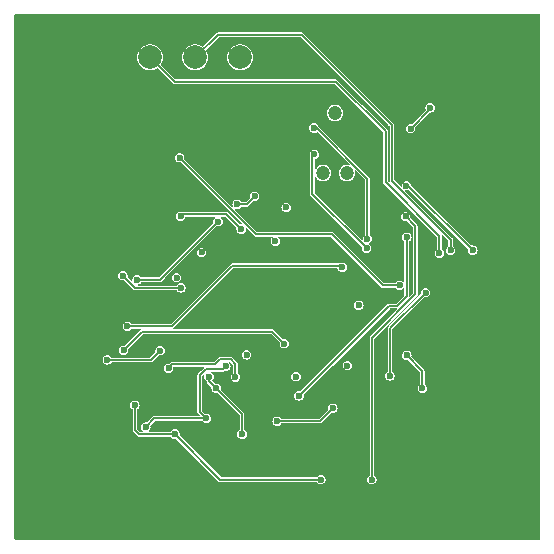
<source format=gbr>
%TF.GenerationSoftware,KiCad,Pcbnew,8.0.1*%
%TF.CreationDate,2024-09-05T15:23:59+02:00*%
%TF.ProjectId,TEP000,54455030-3030-42e6-9b69-6361645f7063,rev?*%
%TF.SameCoordinates,Original*%
%TF.FileFunction,Copper,L2,Inr*%
%TF.FilePolarity,Positive*%
%FSLAX46Y46*%
G04 Gerber Fmt 4.6, Leading zero omitted, Abs format (unit mm)*
G04 Created by KiCad (PCBNEW 8.0.1) date 2024-09-05 15:23:59*
%MOMM*%
%LPD*%
G01*
G04 APERTURE LIST*
G04 Aperture macros list*
%AMRoundRect*
0 Rectangle with rounded corners*
0 $1 Rounding radius*
0 $2 $3 $4 $5 $6 $7 $8 $9 X,Y pos of 4 corners*
0 Add a 4 corners polygon primitive as box body*
4,1,4,$2,$3,$4,$5,$6,$7,$8,$9,$2,$3,0*
0 Add four circle primitives for the rounded corners*
1,1,$1+$1,$2,$3*
1,1,$1+$1,$4,$5*
1,1,$1+$1,$6,$7*
1,1,$1+$1,$8,$9*
0 Add four rect primitives between the rounded corners*
20,1,$1+$1,$2,$3,$4,$5,0*
20,1,$1+$1,$4,$5,$6,$7,0*
20,1,$1+$1,$6,$7,$8,$9,0*
20,1,$1+$1,$8,$9,$2,$3,0*%
G04 Aperture macros list end*
%TA.AperFunction,ComponentPad*%
%ADD10RoundRect,0.500000X-0.500000X-0.500000X0.500000X-0.500000X0.500000X0.500000X-0.500000X0.500000X0*%
%TD*%
%TA.AperFunction,ComponentPad*%
%ADD11C,2.000000*%
%TD*%
%TA.AperFunction,ComponentPad*%
%ADD12C,1.200000*%
%TD*%
%TA.AperFunction,ViaPad*%
%ADD13C,0.600000*%
%TD*%
%TA.AperFunction,Conductor*%
%ADD14C,0.200000*%
%TD*%
G04 APERTURE END LIST*
D10*
%TO.N,GND*%
%TO.C,J2*%
X146710400Y-94511800D03*
D11*
%TO.N,MCU_TX*%
X150520400Y-94511800D03*
%TO.N,MCU_RX*%
X154330400Y-94511800D03*
%TO.N,VDC*%
X158140400Y-94511800D03*
%TD*%
D12*
%TO.N,*%
%TO.C,J1*%
X165150800Y-104309000D03*
X167182800Y-104309000D03*
X166166800Y-99229000D03*
%TD*%
D13*
%TO.N,Net-(D1-K)*%
X173558200Y-122529600D03*
X172237400Y-119735600D03*
X168173400Y-115493800D03*
X162864800Y-121539000D03*
X158673800Y-119684800D03*
X152755600Y-113157000D03*
X154863800Y-111023400D03*
X162026600Y-107213400D03*
%TO.N,+3.3VA*%
X153085800Y-107950000D03*
X161112200Y-110074000D03*
X158211435Y-109047365D03*
%TO.N,MCU_RX*%
X175945800Y-110845600D03*
%TO.N,MCU_TX*%
X175006000Y-111074200D03*
%TO.N,OHR_ADC*%
X163118800Y-123164600D03*
X172237400Y-109728000D03*
%TO.N,DAC*%
X172135800Y-107975400D03*
X169291000Y-130251200D03*
%TO.N,Net-(C4-Pad1)*%
X164973000Y-130251200D03*
%TO.N,PDI_CLK*%
X168832940Y-110651283D03*
%TO.N,PDI_DATA*%
X168910000Y-109855000D03*
%TO.N,PDI_CLK*%
X164414200Y-102717600D03*
%TO.N,PDI_DATA*%
X164388800Y-100482400D03*
%TO.N,Net-(C4-Pad1)*%
X149225000Y-123952000D03*
X152603200Y-126390400D03*
%TO.N,Vref*%
X150139400Y-125806200D03*
X155270200Y-125069600D03*
X156916035Y-120665800D03*
%TO.N,+3.3VA*%
X146888200Y-120116600D03*
X151358600Y-119329200D03*
X152069800Y-120827800D03*
X157734000Y-121564400D03*
%TO.N,Net-(C3-Pad2)*%
X156095700Y-122516900D03*
X155498800Y-121539000D03*
X158292800Y-126415800D03*
%TO.N,Net-(D5-A)*%
X165989000Y-124206000D03*
X161264600Y-125298200D03*
X167208200Y-120599200D03*
%TO.N,LED_EN*%
X170815000Y-121462800D03*
X173837600Y-114427000D03*
%TO.N,+3V3*%
X172212000Y-105359200D03*
X177825400Y-110820200D03*
X174218600Y-98780600D03*
X172567600Y-100533200D03*
%TO.N,Net-(D4-A)*%
X161874200Y-118745000D03*
X148259800Y-119303800D03*
%TO.N,Net-(D3-A)*%
X166776400Y-112268000D03*
X148590000Y-117271800D03*
%TO.N,Net-(D2-A)*%
X159359600Y-106248200D03*
X157886400Y-106934000D03*
X156260800Y-108407200D03*
X149412765Y-113334435D03*
%TO.N,Net-(D1-A)*%
X153111200Y-114020600D03*
X148209000Y-112979200D03*
%TO.N,EN_A*%
X171627800Y-113792000D03*
X153011322Y-102998722D03*
%TD*%
D14*
%TO.N,Net-(D1-K)*%
X173558200Y-121056400D02*
X173558200Y-122529600D01*
X172237400Y-119735600D02*
X173558200Y-121056400D01*
%TO.N,+3.3VA*%
X153228600Y-107807200D02*
X153085800Y-107950000D01*
X156971270Y-107807200D02*
X153228600Y-107807200D01*
X158211435Y-109047365D02*
X156971270Y-107807200D01*
%TO.N,Net-(D2-A)*%
X156260800Y-108407200D02*
X151333565Y-113334435D01*
X151333565Y-113334435D02*
X149412765Y-113334435D01*
%TO.N,MCU_RX*%
X163347400Y-92583000D02*
X156259200Y-92583000D01*
X156259200Y-92583000D02*
X154330400Y-94511800D01*
X170992800Y-100228400D02*
X163347400Y-92583000D01*
X170992800Y-104988529D02*
X170992800Y-100228400D01*
X175945800Y-109941529D02*
X170992800Y-104988529D01*
X175945800Y-110845600D02*
X175945800Y-109941529D01*
%TO.N,MCU_TX*%
X175006000Y-109626400D02*
X175006000Y-111074200D01*
X166243000Y-96570800D02*
X170440400Y-100768200D01*
X170440400Y-105060800D02*
X175006000Y-109626400D01*
X152579400Y-96570800D02*
X166243000Y-96570800D01*
X150520400Y-94511800D02*
X152579400Y-96570800D01*
X170440400Y-100768200D02*
X170440400Y-105060800D01*
%TO.N,OHR_ADC*%
X170716843Y-115566557D02*
X163118800Y-123164600D01*
X171421157Y-115566557D02*
X170716843Y-115566557D01*
X172237400Y-114750314D02*
X171421157Y-115566557D01*
X172237400Y-109728000D02*
X172237400Y-114750314D01*
%TO.N,DAC*%
X172974000Y-114579400D02*
X172974000Y-108813600D01*
X172974000Y-108813600D02*
X172135800Y-107975400D01*
X169291000Y-118262400D02*
X172974000Y-114579400D01*
X169291000Y-130251200D02*
X169291000Y-118262400D01*
%TO.N,Net-(C4-Pad1)*%
X156464000Y-130251200D02*
X152603200Y-126390400D01*
X164973000Y-130251200D02*
X156464000Y-130251200D01*
%TO.N,PDI_CLK*%
X164250800Y-102881000D02*
X164414200Y-102717600D01*
X164250800Y-106069143D02*
X164250800Y-102881000D01*
X168832940Y-110651283D02*
X164250800Y-106069143D01*
%TO.N,PDI_DATA*%
X168910000Y-104763407D02*
X168910000Y-109855000D01*
X164628993Y-100482400D02*
X168910000Y-104763407D01*
X164388800Y-100482400D02*
X164628993Y-100482400D01*
%TO.N,Net-(C4-Pad1)*%
X149225000Y-126034800D02*
X149225000Y-123952000D01*
X152587400Y-126406200D02*
X149596400Y-126406200D01*
X149596400Y-126406200D02*
X149225000Y-126034800D01*
X152603200Y-126390400D02*
X152587400Y-126406200D01*
%TO.N,Vref*%
X150876000Y-125069600D02*
X150139400Y-125806200D01*
X155270200Y-125069600D02*
X150876000Y-125069600D01*
X154711400Y-124510800D02*
X155270200Y-125069600D01*
X154711400Y-121437400D02*
X154711400Y-124510800D01*
X155241600Y-120907200D02*
X154711400Y-121437400D01*
X156674635Y-120907200D02*
X155241600Y-120907200D01*
X156916035Y-120665800D02*
X156674635Y-120907200D01*
%TO.N,Net-(C3-Pad2)*%
X155498800Y-121920000D02*
X156095700Y-122516900D01*
X155498800Y-121539000D02*
X155498800Y-121920000D01*
%TO.N,+3.3VA*%
X152390400Y-120507200D02*
X152069800Y-120827800D01*
X155997200Y-120507200D02*
X152390400Y-120507200D01*
X156438600Y-120065800D02*
X155997200Y-120507200D01*
X157734000Y-121564400D02*
X157734000Y-120472200D01*
X157734000Y-120472200D02*
X157327600Y-120065800D01*
X157327600Y-120065800D02*
X156438600Y-120065800D01*
X150571200Y-120116600D02*
X146888200Y-120116600D01*
X151358600Y-119329200D02*
X150571200Y-120116600D01*
%TO.N,Net-(C3-Pad2)*%
X158292800Y-124714000D02*
X156095700Y-122516900D01*
X158292800Y-126415800D02*
X158292800Y-124714000D01*
%TO.N,Net-(D5-A)*%
X164896800Y-125298200D02*
X165989000Y-124206000D01*
X161264600Y-125298200D02*
X164896800Y-125298200D01*
%TO.N,LED_EN*%
X170815000Y-117449600D02*
X170815000Y-121462800D01*
X173837600Y-114427000D02*
X170815000Y-117449600D01*
%TO.N,+3V3*%
X172364400Y-105359200D02*
X172212000Y-105359200D01*
X177825400Y-110820200D02*
X172364400Y-105359200D01*
X174218600Y-98882200D02*
X174218600Y-98780600D01*
X172567600Y-100533200D02*
X174218600Y-98882200D01*
%TO.N,Net-(D4-A)*%
X160858200Y-117729000D02*
X161874200Y-118745000D01*
X149834600Y-117729000D02*
X150266400Y-117729000D01*
X150266400Y-117729000D02*
X160858200Y-117729000D01*
X148259800Y-119303800D02*
X149834600Y-117729000D01*
%TO.N,Net-(D3-A)*%
X166649400Y-112141000D02*
X166776400Y-112268000D01*
X157480000Y-112141000D02*
X166649400Y-112141000D01*
X148590000Y-117271800D02*
X152349200Y-117271800D01*
X152349200Y-117271800D02*
X157480000Y-112141000D01*
%TO.N,Net-(D2-A)*%
X158673800Y-106934000D02*
X159359600Y-106248200D01*
X157886400Y-106934000D02*
X158673800Y-106934000D01*
%TO.N,Net-(D1-A)*%
X149250400Y-114020600D02*
X153111200Y-114020600D01*
X148209000Y-112979200D02*
X149250400Y-114020600D01*
%TO.N,EN_A*%
X170205400Y-113792000D02*
X171627800Y-113792000D01*
X165887400Y-109474000D02*
X170205400Y-113792000D01*
X153011322Y-102998722D02*
X159486600Y-109474000D01*
X159486600Y-109474000D02*
X165887400Y-109474000D01*
%TD*%
%TA.AperFunction,Conductor*%
%TO.N,GND*%
G36*
X183504148Y-90850052D02*
G01*
X183518500Y-90884700D01*
X183518500Y-135285700D01*
X183504148Y-135320348D01*
X183469500Y-135334700D01*
X139068500Y-135334700D01*
X139033852Y-135320348D01*
X139019500Y-135285700D01*
X139019500Y-123952000D01*
X148819508Y-123952000D01*
X148839354Y-124077304D01*
X148839354Y-124077305D01*
X148839355Y-124077307D01*
X148839355Y-124077309D01*
X148896945Y-124190335D01*
X148896950Y-124190342D01*
X148986658Y-124280050D01*
X148997744Y-124285698D01*
X149022101Y-124314214D01*
X149024500Y-124329358D01*
X149024500Y-126074683D01*
X149029913Y-126087750D01*
X149055024Y-126148374D01*
X149055025Y-126148375D01*
X149055026Y-126148377D01*
X149482823Y-126576174D01*
X149482824Y-126576174D01*
X149482826Y-126576176D01*
X149556518Y-126606700D01*
X149636282Y-126606700D01*
X152234168Y-126606700D01*
X152268816Y-126621052D01*
X152273805Y-126626892D01*
X152275148Y-126628740D01*
X152364857Y-126718449D01*
X152364864Y-126718454D01*
X152477891Y-126776044D01*
X152477892Y-126776044D01*
X152477896Y-126776046D01*
X152603200Y-126795892D01*
X152683811Y-126783124D01*
X152720276Y-126791879D01*
X152726123Y-126796873D01*
X156294024Y-130364774D01*
X156350426Y-130421176D01*
X156424118Y-130451700D01*
X164595641Y-130451700D01*
X164630289Y-130466052D01*
X164639299Y-130478451D01*
X164644950Y-130489542D01*
X164644953Y-130489545D01*
X164734657Y-130579249D01*
X164734664Y-130579254D01*
X164847691Y-130636844D01*
X164847692Y-130636844D01*
X164847696Y-130636846D01*
X164973000Y-130656692D01*
X165098304Y-130636846D01*
X165098308Y-130636844D01*
X165098309Y-130636844D01*
X165211335Y-130579254D01*
X165211337Y-130579252D01*
X165211342Y-130579250D01*
X165301050Y-130489542D01*
X165301054Y-130489535D01*
X165358644Y-130376509D01*
X165358644Y-130376507D01*
X165358646Y-130376504D01*
X165378492Y-130251200D01*
X165358646Y-130125896D01*
X165358644Y-130125892D01*
X165358644Y-130125890D01*
X165301054Y-130012864D01*
X165301050Y-130012859D01*
X165301050Y-130012858D01*
X165211342Y-129923150D01*
X165211335Y-129923145D01*
X165098308Y-129865555D01*
X165098305Y-129865554D01*
X165098304Y-129865554D01*
X164973000Y-129845708D01*
X164847696Y-129865554D01*
X164847694Y-129865554D01*
X164847692Y-129865555D01*
X164847690Y-129865555D01*
X164734664Y-129923145D01*
X164734657Y-129923150D01*
X164644953Y-130012854D01*
X164644951Y-130012856D01*
X164644950Y-130012858D01*
X164644947Y-130012864D01*
X164639300Y-130023947D01*
X164610781Y-130048302D01*
X164595641Y-130050700D01*
X156567346Y-130050700D01*
X156532698Y-130036348D01*
X153009673Y-126513323D01*
X152995321Y-126478675D01*
X152995923Y-126471017D01*
X153008692Y-126390400D01*
X152988846Y-126265096D01*
X152988844Y-126265092D01*
X152988844Y-126265090D01*
X152931254Y-126152064D01*
X152931250Y-126152059D01*
X152931250Y-126152058D01*
X152841542Y-126062350D01*
X152841535Y-126062345D01*
X152728508Y-126004755D01*
X152728505Y-126004754D01*
X152728504Y-126004754D01*
X152603200Y-125984908D01*
X152477896Y-126004754D01*
X152477894Y-126004754D01*
X152477892Y-126004755D01*
X152477890Y-126004755D01*
X152364864Y-126062345D01*
X152364857Y-126062350D01*
X152275148Y-126152059D01*
X152265514Y-126170968D01*
X152261449Y-126178945D01*
X152232934Y-126203301D01*
X152217791Y-126205700D01*
X150424588Y-126205700D01*
X150389940Y-126191348D01*
X150375588Y-126156700D01*
X150389940Y-126122052D01*
X150424242Y-126087750D01*
X150467450Y-126044542D01*
X150487723Y-126004755D01*
X150525044Y-125931509D01*
X150525044Y-125931507D01*
X150525046Y-125931504D01*
X150544892Y-125806200D01*
X150532124Y-125725586D01*
X150540879Y-125689122D01*
X150545866Y-125683282D01*
X150944698Y-125284452D01*
X150979346Y-125270100D01*
X154892841Y-125270100D01*
X154927489Y-125284452D01*
X154936499Y-125296851D01*
X154942150Y-125307942D01*
X154942153Y-125307945D01*
X155031857Y-125397649D01*
X155031864Y-125397654D01*
X155144891Y-125455244D01*
X155144892Y-125455244D01*
X155144896Y-125455246D01*
X155270200Y-125475092D01*
X155395504Y-125455246D01*
X155395508Y-125455244D01*
X155395509Y-125455244D01*
X155508535Y-125397654D01*
X155508537Y-125397652D01*
X155508542Y-125397650D01*
X155598250Y-125307942D01*
X155603214Y-125298200D01*
X155655844Y-125194909D01*
X155655844Y-125194907D01*
X155655846Y-125194904D01*
X155675692Y-125069600D01*
X155655846Y-124944296D01*
X155655844Y-124944292D01*
X155655844Y-124944290D01*
X155598254Y-124831264D01*
X155598249Y-124831257D01*
X155508542Y-124741550D01*
X155508535Y-124741545D01*
X155395508Y-124683955D01*
X155395505Y-124683954D01*
X155395504Y-124683954D01*
X155270200Y-124664108D01*
X155270199Y-124664108D01*
X155189587Y-124676874D01*
X155153121Y-124668118D01*
X155147275Y-124663125D01*
X154926252Y-124442102D01*
X154911900Y-124407454D01*
X154911900Y-121540746D01*
X154926252Y-121506098D01*
X154969550Y-121462800D01*
X155024303Y-121408046D01*
X155058950Y-121393695D01*
X155093598Y-121408047D01*
X155107950Y-121442695D01*
X155107346Y-121450360D01*
X155093308Y-121539000D01*
X155113154Y-121664304D01*
X155113154Y-121664305D01*
X155113155Y-121664307D01*
X155113155Y-121664309D01*
X155170745Y-121777335D01*
X155170750Y-121777342D01*
X155260458Y-121867050D01*
X155271544Y-121872698D01*
X155295901Y-121901214D01*
X155298300Y-121916358D01*
X155298300Y-121959882D01*
X155328824Y-122033574D01*
X155328825Y-122033575D01*
X155328825Y-122033576D01*
X155689225Y-122393975D01*
X155703577Y-122428623D01*
X155702974Y-122436287D01*
X155690208Y-122516899D01*
X155690208Y-122516900D01*
X155710054Y-122642204D01*
X155710054Y-122642205D01*
X155710055Y-122642207D01*
X155710055Y-122642209D01*
X155767645Y-122755235D01*
X155767650Y-122755242D01*
X155857357Y-122844949D01*
X155857364Y-122844954D01*
X155970391Y-122902544D01*
X155970392Y-122902544D01*
X155970396Y-122902546D01*
X156095700Y-122922392D01*
X156176311Y-122909624D01*
X156212776Y-122918379D01*
X156218623Y-122923373D01*
X158077948Y-124782698D01*
X158092300Y-124817346D01*
X158092300Y-126038441D01*
X158077948Y-126073089D01*
X158065548Y-126082099D01*
X158054458Y-126087750D01*
X158054456Y-126087751D01*
X158054454Y-126087753D01*
X157964750Y-126177457D01*
X157964745Y-126177464D01*
X157907155Y-126290490D01*
X157907155Y-126290492D01*
X157907154Y-126290494D01*
X157907154Y-126290496D01*
X157887308Y-126415800D01*
X157907154Y-126541104D01*
X157907154Y-126541105D01*
X157907155Y-126541107D01*
X157907155Y-126541109D01*
X157964745Y-126654135D01*
X157964750Y-126654142D01*
X158054457Y-126743849D01*
X158054464Y-126743854D01*
X158167491Y-126801444D01*
X158167492Y-126801444D01*
X158167496Y-126801446D01*
X158292800Y-126821292D01*
X158418104Y-126801446D01*
X158418108Y-126801444D01*
X158418109Y-126801444D01*
X158531135Y-126743854D01*
X158531137Y-126743852D01*
X158531142Y-126743850D01*
X158620850Y-126654142D01*
X158634735Y-126626892D01*
X158678444Y-126541109D01*
X158678444Y-126541107D01*
X158678446Y-126541104D01*
X158698292Y-126415800D01*
X158678446Y-126290496D01*
X158678444Y-126290492D01*
X158678444Y-126290490D01*
X158620854Y-126177464D01*
X158620849Y-126177457D01*
X158531145Y-126087753D01*
X158531142Y-126087750D01*
X158520052Y-126082099D01*
X158495698Y-126053581D01*
X158493300Y-126038441D01*
X158493300Y-125298200D01*
X160859108Y-125298200D01*
X160878954Y-125423504D01*
X160878954Y-125423505D01*
X160878955Y-125423507D01*
X160878955Y-125423509D01*
X160936545Y-125536535D01*
X160936550Y-125536542D01*
X161026257Y-125626249D01*
X161026264Y-125626254D01*
X161139291Y-125683844D01*
X161139292Y-125683844D01*
X161139296Y-125683846D01*
X161264600Y-125703692D01*
X161389904Y-125683846D01*
X161389908Y-125683844D01*
X161389909Y-125683844D01*
X161502935Y-125626254D01*
X161502937Y-125626252D01*
X161502942Y-125626250D01*
X161592650Y-125536542D01*
X161598300Y-125525452D01*
X161626819Y-125501098D01*
X161641959Y-125498700D01*
X164936680Y-125498700D01*
X164936682Y-125498700D01*
X165010374Y-125468176D01*
X165866076Y-124612472D01*
X165900723Y-124598121D01*
X165908382Y-124598723D01*
X165989000Y-124611492D01*
X166114304Y-124591646D01*
X166114308Y-124591644D01*
X166114309Y-124591644D01*
X166227335Y-124534054D01*
X166227337Y-124534052D01*
X166227342Y-124534050D01*
X166317050Y-124444342D01*
X166317054Y-124444335D01*
X166374644Y-124331309D01*
X166374644Y-124331307D01*
X166374646Y-124331304D01*
X166394492Y-124206000D01*
X166374646Y-124080696D01*
X166374644Y-124080692D01*
X166374644Y-124080690D01*
X166317054Y-123967664D01*
X166317049Y-123967657D01*
X166227342Y-123877950D01*
X166227335Y-123877945D01*
X166114308Y-123820355D01*
X166114305Y-123820354D01*
X166114304Y-123820354D01*
X165989000Y-123800508D01*
X165863696Y-123820354D01*
X165863694Y-123820354D01*
X165863692Y-123820355D01*
X165863690Y-123820355D01*
X165750664Y-123877945D01*
X165750657Y-123877950D01*
X165660950Y-123967657D01*
X165660945Y-123967664D01*
X165603355Y-124080690D01*
X165603355Y-124080692D01*
X165583508Y-124206000D01*
X165596274Y-124286611D01*
X165587518Y-124323077D01*
X165582525Y-124328923D01*
X164828102Y-125083348D01*
X164793454Y-125097700D01*
X161641959Y-125097700D01*
X161607311Y-125083348D01*
X161598300Y-125070947D01*
X161597614Y-125069600D01*
X161592650Y-125059858D01*
X161502942Y-124970150D01*
X161502935Y-124970145D01*
X161389908Y-124912555D01*
X161389905Y-124912554D01*
X161389904Y-124912554D01*
X161264600Y-124892708D01*
X161139296Y-124912554D01*
X161139294Y-124912554D01*
X161139292Y-124912555D01*
X161139290Y-124912555D01*
X161026264Y-124970145D01*
X161026257Y-124970150D01*
X160936550Y-125059857D01*
X160936545Y-125059864D01*
X160878955Y-125172890D01*
X160878955Y-125172892D01*
X160878954Y-125172894D01*
X160878954Y-125172896D01*
X160859108Y-125298200D01*
X158493300Y-125298200D01*
X158493300Y-124674120D01*
X158493299Y-124674116D01*
X158489154Y-124664108D01*
X158462776Y-124600426D01*
X158406374Y-124544024D01*
X156502173Y-122639823D01*
X156487821Y-122605175D01*
X156488423Y-122597517D01*
X156501192Y-122516900D01*
X156481346Y-122391596D01*
X156481344Y-122391592D01*
X156481344Y-122391590D01*
X156423754Y-122278564D01*
X156423749Y-122278557D01*
X156334042Y-122188850D01*
X156334035Y-122188845D01*
X156221008Y-122131255D01*
X156221005Y-122131254D01*
X156221004Y-122131254D01*
X156095700Y-122111408D01*
X156095699Y-122111408D01*
X156015087Y-122124174D01*
X155978621Y-122115418D01*
X155972775Y-122110425D01*
X155767919Y-121905569D01*
X155753567Y-121870921D01*
X155767919Y-121836273D01*
X155826850Y-121777342D01*
X155826854Y-121777335D01*
X155884444Y-121664309D01*
X155884444Y-121664307D01*
X155884446Y-121664304D01*
X155904292Y-121539000D01*
X155884446Y-121413696D01*
X155884444Y-121413692D01*
X155884444Y-121413690D01*
X155826854Y-121300664D01*
X155826849Y-121300657D01*
X155737142Y-121210950D01*
X155737135Y-121210945D01*
X155716358Y-121200359D01*
X155692001Y-121171842D01*
X155694944Y-121134455D01*
X155723461Y-121110098D01*
X155738603Y-121107700D01*
X156714515Y-121107700D01*
X156714517Y-121107700D01*
X156788209Y-121077176D01*
X156793110Y-121072274D01*
X156827756Y-121057921D01*
X156835416Y-121058523D01*
X156916035Y-121071292D01*
X157041339Y-121051446D01*
X157041343Y-121051444D01*
X157041344Y-121051444D01*
X157154370Y-120993854D01*
X157154372Y-120993852D01*
X157154377Y-120993850D01*
X157244085Y-120904142D01*
X157244089Y-120904135D01*
X157301679Y-120791109D01*
X157301679Y-120791107D01*
X157301681Y-120791104D01*
X157321527Y-120665800D01*
X157301681Y-120540496D01*
X157301679Y-120540492D01*
X157301679Y-120540490D01*
X157244089Y-120427464D01*
X157244084Y-120427457D01*
X157166575Y-120349948D01*
X157152223Y-120315300D01*
X157166575Y-120280652D01*
X157201223Y-120266300D01*
X157224254Y-120266300D01*
X157258902Y-120280652D01*
X157519148Y-120540897D01*
X157533500Y-120575545D01*
X157533500Y-121187041D01*
X157519148Y-121221689D01*
X157506748Y-121230699D01*
X157495658Y-121236350D01*
X157495656Y-121236351D01*
X157495654Y-121236353D01*
X157405950Y-121326057D01*
X157405945Y-121326064D01*
X157348355Y-121439090D01*
X157348355Y-121439092D01*
X157348354Y-121439094D01*
X157348354Y-121439096D01*
X157328508Y-121564400D01*
X157348354Y-121689704D01*
X157348354Y-121689705D01*
X157348355Y-121689707D01*
X157348355Y-121689709D01*
X157405945Y-121802735D01*
X157405950Y-121802742D01*
X157495657Y-121892449D01*
X157495664Y-121892454D01*
X157608691Y-121950044D01*
X157608692Y-121950044D01*
X157608696Y-121950046D01*
X157734000Y-121969892D01*
X157859304Y-121950046D01*
X157859308Y-121950044D01*
X157859309Y-121950044D01*
X157972335Y-121892454D01*
X157972337Y-121892452D01*
X157972342Y-121892450D01*
X158062050Y-121802742D01*
X158062054Y-121802735D01*
X158119644Y-121689709D01*
X158119644Y-121689707D01*
X158119646Y-121689704D01*
X158139492Y-121564400D01*
X158135469Y-121539000D01*
X162459308Y-121539000D01*
X162479154Y-121664304D01*
X162479154Y-121664305D01*
X162479155Y-121664307D01*
X162479155Y-121664309D01*
X162536745Y-121777335D01*
X162536750Y-121777342D01*
X162626457Y-121867049D01*
X162626464Y-121867054D01*
X162739491Y-121924644D01*
X162739492Y-121924644D01*
X162739496Y-121924646D01*
X162864800Y-121944492D01*
X162990104Y-121924646D01*
X162990108Y-121924644D01*
X162990109Y-121924644D01*
X163103135Y-121867054D01*
X163103137Y-121867052D01*
X163103142Y-121867050D01*
X163192850Y-121777342D01*
X163192854Y-121777335D01*
X163250444Y-121664309D01*
X163250444Y-121664307D01*
X163250446Y-121664304D01*
X163270292Y-121539000D01*
X163250446Y-121413696D01*
X163250444Y-121413692D01*
X163250444Y-121413690D01*
X163192854Y-121300664D01*
X163192849Y-121300657D01*
X163103142Y-121210950D01*
X163103135Y-121210945D01*
X162990108Y-121153355D01*
X162990105Y-121153354D01*
X162990104Y-121153354D01*
X162864800Y-121133508D01*
X162739496Y-121153354D01*
X162739494Y-121153354D01*
X162739492Y-121153355D01*
X162739490Y-121153355D01*
X162626464Y-121210945D01*
X162626457Y-121210950D01*
X162536750Y-121300657D01*
X162536745Y-121300664D01*
X162479155Y-121413690D01*
X162479155Y-121413692D01*
X162479154Y-121413694D01*
X162479154Y-121413696D01*
X162459308Y-121539000D01*
X158135469Y-121539000D01*
X158119646Y-121439096D01*
X158119644Y-121439092D01*
X158119644Y-121439090D01*
X158062054Y-121326064D01*
X158062049Y-121326057D01*
X157972345Y-121236353D01*
X157972342Y-121236350D01*
X157961252Y-121230699D01*
X157936898Y-121202181D01*
X157934500Y-121187041D01*
X157934500Y-120432318D01*
X157934499Y-120432315D01*
X157928817Y-120418598D01*
X157928816Y-120418597D01*
X157918473Y-120393626D01*
X157903976Y-120358626D01*
X157847574Y-120302224D01*
X157847572Y-120302223D01*
X157844781Y-120299431D01*
X157844777Y-120299428D01*
X157441176Y-119895825D01*
X157367483Y-119865300D01*
X157367482Y-119865300D01*
X156478482Y-119865300D01*
X156398718Y-119865300D01*
X156398716Y-119865300D01*
X156325024Y-119895825D01*
X156325023Y-119895825D01*
X155928502Y-120292348D01*
X155893854Y-120306700D01*
X152350516Y-120306700D01*
X152276824Y-120337225D01*
X152276822Y-120337226D01*
X152192723Y-120421325D01*
X152158075Y-120435677D01*
X152150411Y-120435074D01*
X152069800Y-120422308D01*
X151944496Y-120442154D01*
X151944494Y-120442154D01*
X151944492Y-120442155D01*
X151944490Y-120442155D01*
X151831464Y-120499745D01*
X151831457Y-120499750D01*
X151741750Y-120589457D01*
X151741745Y-120589464D01*
X151684155Y-120702490D01*
X151684155Y-120702492D01*
X151684154Y-120702494D01*
X151684154Y-120702496D01*
X151664308Y-120827800D01*
X151684154Y-120953104D01*
X151684154Y-120953105D01*
X151684155Y-120953107D01*
X151684155Y-120953109D01*
X151741745Y-121066135D01*
X151741750Y-121066142D01*
X151831457Y-121155849D01*
X151831464Y-121155854D01*
X151944491Y-121213444D01*
X151944492Y-121213444D01*
X151944496Y-121213446D01*
X152069800Y-121233292D01*
X152195104Y-121213446D01*
X152195108Y-121213444D01*
X152195109Y-121213444D01*
X152308135Y-121155854D01*
X152308137Y-121155852D01*
X152308142Y-121155850D01*
X152397850Y-121066142D01*
X152402039Y-121057921D01*
X152455444Y-120953109D01*
X152455444Y-120953107D01*
X152455446Y-120953104D01*
X152475292Y-120827800D01*
X152465245Y-120764365D01*
X152474000Y-120727898D01*
X152505977Y-120708303D01*
X152513642Y-120707700D01*
X155039253Y-120707700D01*
X155073901Y-120722052D01*
X155088253Y-120756700D01*
X155073901Y-120791348D01*
X154813806Y-121051444D01*
X154597826Y-121267424D01*
X154569625Y-121295625D01*
X154541424Y-121323825D01*
X154510900Y-121397516D01*
X154510900Y-121397518D01*
X154510900Y-124470918D01*
X154510900Y-124550682D01*
X154541424Y-124624374D01*
X154541425Y-124624375D01*
X154541425Y-124624376D01*
X154702502Y-124785452D01*
X154716854Y-124820100D01*
X154702502Y-124854748D01*
X154667854Y-124869100D01*
X150836116Y-124869100D01*
X150762424Y-124899625D01*
X150762422Y-124899626D01*
X150262323Y-125399725D01*
X150227675Y-125414077D01*
X150220011Y-125413474D01*
X150139400Y-125400708D01*
X150014096Y-125420554D01*
X150014094Y-125420554D01*
X150014092Y-125420555D01*
X150014090Y-125420555D01*
X149901064Y-125478145D01*
X149901057Y-125478150D01*
X149811350Y-125567857D01*
X149811345Y-125567864D01*
X149753755Y-125680890D01*
X149753755Y-125680892D01*
X149753754Y-125680894D01*
X149753754Y-125680896D01*
X149733908Y-125806200D01*
X149753754Y-125931504D01*
X149753754Y-125931505D01*
X149753755Y-125931507D01*
X149753755Y-125931509D01*
X149811345Y-126044535D01*
X149811350Y-126044542D01*
X149888860Y-126122052D01*
X149903212Y-126156700D01*
X149888860Y-126191348D01*
X149854212Y-126205700D01*
X149699746Y-126205700D01*
X149665098Y-126191348D01*
X149439852Y-125966102D01*
X149425500Y-125931454D01*
X149425500Y-124329358D01*
X149439852Y-124294710D01*
X149452253Y-124285699D01*
X149463342Y-124280050D01*
X149553050Y-124190342D01*
X149608921Y-124080690D01*
X149610644Y-124077309D01*
X149610644Y-124077307D01*
X149610646Y-124077304D01*
X149630492Y-123952000D01*
X149610646Y-123826696D01*
X149610644Y-123826692D01*
X149610644Y-123826690D01*
X149553054Y-123713664D01*
X149553049Y-123713657D01*
X149463342Y-123623950D01*
X149463335Y-123623945D01*
X149350308Y-123566355D01*
X149350305Y-123566354D01*
X149350304Y-123566354D01*
X149225000Y-123546508D01*
X149099696Y-123566354D01*
X149099694Y-123566354D01*
X149099692Y-123566355D01*
X149099690Y-123566355D01*
X148986664Y-123623945D01*
X148986657Y-123623950D01*
X148896950Y-123713657D01*
X148896945Y-123713664D01*
X148839355Y-123826690D01*
X148839355Y-123826692D01*
X148839354Y-123826694D01*
X148839354Y-123826696D01*
X148819508Y-123952000D01*
X139019500Y-123952000D01*
X139019500Y-120116600D01*
X146482708Y-120116600D01*
X146502554Y-120241904D01*
X146502554Y-120241905D01*
X146502555Y-120241907D01*
X146502555Y-120241909D01*
X146560145Y-120354935D01*
X146560150Y-120354942D01*
X146649857Y-120444649D01*
X146649864Y-120444654D01*
X146762891Y-120502244D01*
X146762892Y-120502244D01*
X146762896Y-120502246D01*
X146888200Y-120522092D01*
X147013504Y-120502246D01*
X147013508Y-120502244D01*
X147013509Y-120502244D01*
X147126535Y-120444654D01*
X147126537Y-120444652D01*
X147126542Y-120444650D01*
X147216250Y-120354942D01*
X147221900Y-120343852D01*
X147250419Y-120319498D01*
X147265559Y-120317100D01*
X150611080Y-120317100D01*
X150611082Y-120317100D01*
X150684774Y-120286576D01*
X151235676Y-119735672D01*
X151270323Y-119721321D01*
X151277982Y-119721923D01*
X151358600Y-119734692D01*
X151483904Y-119714846D01*
X151483908Y-119714844D01*
X151483909Y-119714844D01*
X151542873Y-119684800D01*
X158268308Y-119684800D01*
X158288154Y-119810104D01*
X158288154Y-119810105D01*
X158288155Y-119810107D01*
X158288155Y-119810109D01*
X158345745Y-119923135D01*
X158345750Y-119923142D01*
X158435457Y-120012849D01*
X158435464Y-120012854D01*
X158548491Y-120070444D01*
X158548492Y-120070444D01*
X158548496Y-120070446D01*
X158673800Y-120090292D01*
X158799104Y-120070446D01*
X158799108Y-120070444D01*
X158799109Y-120070444D01*
X158912135Y-120012854D01*
X158912137Y-120012852D01*
X158912142Y-120012850D01*
X159001850Y-119923142D01*
X159001854Y-119923135D01*
X159059444Y-119810109D01*
X159059444Y-119810107D01*
X159059446Y-119810104D01*
X159079292Y-119684800D01*
X159059446Y-119559496D01*
X159059444Y-119559492D01*
X159059444Y-119559490D01*
X159001854Y-119446464D01*
X159001849Y-119446457D01*
X158912142Y-119356750D01*
X158912135Y-119356745D01*
X158799108Y-119299155D01*
X158799105Y-119299154D01*
X158799104Y-119299154D01*
X158673800Y-119279308D01*
X158548496Y-119299154D01*
X158548494Y-119299154D01*
X158548492Y-119299155D01*
X158548490Y-119299155D01*
X158435464Y-119356745D01*
X158435457Y-119356750D01*
X158345750Y-119446457D01*
X158345745Y-119446464D01*
X158288155Y-119559490D01*
X158288155Y-119559492D01*
X158288154Y-119559494D01*
X158288154Y-119559496D01*
X158268308Y-119684800D01*
X151542873Y-119684800D01*
X151596935Y-119657254D01*
X151596937Y-119657252D01*
X151596942Y-119657250D01*
X151686650Y-119567542D01*
X151722462Y-119497258D01*
X151744244Y-119454509D01*
X151744244Y-119454507D01*
X151744246Y-119454504D01*
X151764092Y-119329200D01*
X151744246Y-119203896D01*
X151744244Y-119203892D01*
X151744244Y-119203890D01*
X151686654Y-119090864D01*
X151686649Y-119090857D01*
X151596942Y-119001150D01*
X151596935Y-119001145D01*
X151483908Y-118943555D01*
X151483905Y-118943554D01*
X151483904Y-118943554D01*
X151358600Y-118923708D01*
X151233296Y-118943554D01*
X151233294Y-118943554D01*
X151233292Y-118943555D01*
X151233290Y-118943555D01*
X151120264Y-119001145D01*
X151120257Y-119001150D01*
X151030550Y-119090857D01*
X151030545Y-119090864D01*
X150972955Y-119203890D01*
X150972955Y-119203892D01*
X150972954Y-119203894D01*
X150972954Y-119203896D01*
X150961010Y-119279308D01*
X150953108Y-119329200D01*
X150965874Y-119409811D01*
X150957118Y-119446277D01*
X150952125Y-119452123D01*
X150502502Y-119901748D01*
X150467854Y-119916100D01*
X147265559Y-119916100D01*
X147230911Y-119901748D01*
X147221900Y-119889347D01*
X147216250Y-119878258D01*
X147126542Y-119788550D01*
X147126535Y-119788545D01*
X147013508Y-119730955D01*
X147013505Y-119730954D01*
X147013504Y-119730954D01*
X146888200Y-119711108D01*
X146762896Y-119730954D01*
X146762894Y-119730954D01*
X146762892Y-119730955D01*
X146762890Y-119730955D01*
X146649864Y-119788545D01*
X146649857Y-119788550D01*
X146560150Y-119878257D01*
X146560145Y-119878264D01*
X146502555Y-119991290D01*
X146502555Y-119991292D01*
X146502554Y-119991294D01*
X146502554Y-119991296D01*
X146482708Y-120116600D01*
X139019500Y-120116600D01*
X139019500Y-119303800D01*
X147854308Y-119303800D01*
X147874154Y-119429104D01*
X147874154Y-119429105D01*
X147874155Y-119429107D01*
X147874155Y-119429109D01*
X147931745Y-119542135D01*
X147931750Y-119542142D01*
X148021457Y-119631849D01*
X148021464Y-119631854D01*
X148134491Y-119689444D01*
X148134492Y-119689444D01*
X148134496Y-119689446D01*
X148259800Y-119709292D01*
X148385104Y-119689446D01*
X148385108Y-119689444D01*
X148385109Y-119689444D01*
X148498135Y-119631854D01*
X148498137Y-119631852D01*
X148498142Y-119631850D01*
X148587850Y-119542142D01*
X148610720Y-119497258D01*
X148645444Y-119429109D01*
X148645444Y-119429107D01*
X148645446Y-119429104D01*
X148665292Y-119303800D01*
X148652524Y-119223186D01*
X148661279Y-119186722D01*
X148666267Y-119180881D01*
X149903298Y-117943852D01*
X149937946Y-117929500D01*
X150226518Y-117929500D01*
X160754854Y-117929500D01*
X160789502Y-117943852D01*
X161467725Y-118622075D01*
X161482077Y-118656723D01*
X161481474Y-118664387D01*
X161468708Y-118744999D01*
X161468708Y-118745000D01*
X161488554Y-118870304D01*
X161488554Y-118870305D01*
X161488555Y-118870307D01*
X161488555Y-118870309D01*
X161546145Y-118983335D01*
X161546150Y-118983342D01*
X161635857Y-119073049D01*
X161635864Y-119073054D01*
X161748891Y-119130644D01*
X161748892Y-119130644D01*
X161748896Y-119130646D01*
X161874200Y-119150492D01*
X161999504Y-119130646D01*
X161999508Y-119130644D01*
X161999509Y-119130644D01*
X162112535Y-119073054D01*
X162112537Y-119073052D01*
X162112542Y-119073050D01*
X162202250Y-118983342D01*
X162202254Y-118983335D01*
X162259844Y-118870309D01*
X162259844Y-118870307D01*
X162259846Y-118870304D01*
X162279692Y-118745000D01*
X162259846Y-118619696D01*
X162259844Y-118619692D01*
X162259844Y-118619690D01*
X162202254Y-118506664D01*
X162202249Y-118506657D01*
X162112542Y-118416950D01*
X162112535Y-118416945D01*
X161999508Y-118359355D01*
X161999505Y-118359354D01*
X161999504Y-118359354D01*
X161874200Y-118339508D01*
X161874199Y-118339508D01*
X161793587Y-118352274D01*
X161757121Y-118343518D01*
X161751275Y-118338525D01*
X160971776Y-117559025D01*
X160898083Y-117528500D01*
X160898082Y-117528500D01*
X152494347Y-117528500D01*
X152459699Y-117514148D01*
X152445347Y-117479500D01*
X152459699Y-117444852D01*
X154410751Y-115493800D01*
X167767908Y-115493800D01*
X167787754Y-115619104D01*
X167787754Y-115619105D01*
X167787755Y-115619107D01*
X167787755Y-115619109D01*
X167845345Y-115732135D01*
X167845350Y-115732142D01*
X167935057Y-115821849D01*
X167935064Y-115821854D01*
X168048091Y-115879444D01*
X168048092Y-115879444D01*
X168048096Y-115879446D01*
X168173400Y-115899292D01*
X168298704Y-115879446D01*
X168298708Y-115879444D01*
X168298709Y-115879444D01*
X168411735Y-115821854D01*
X168411737Y-115821852D01*
X168411742Y-115821850D01*
X168501450Y-115732142D01*
X168501454Y-115732135D01*
X168559044Y-115619109D01*
X168559044Y-115619107D01*
X168559046Y-115619104D01*
X168578892Y-115493800D01*
X168559046Y-115368496D01*
X168559044Y-115368492D01*
X168559044Y-115368490D01*
X168501454Y-115255464D01*
X168501449Y-115255457D01*
X168411742Y-115165750D01*
X168411735Y-115165745D01*
X168298708Y-115108155D01*
X168298705Y-115108154D01*
X168298704Y-115108154D01*
X168173400Y-115088308D01*
X168048096Y-115108154D01*
X168048094Y-115108154D01*
X168048092Y-115108155D01*
X168048090Y-115108155D01*
X167935064Y-115165745D01*
X167935057Y-115165750D01*
X167845350Y-115255457D01*
X167845345Y-115255464D01*
X167787755Y-115368490D01*
X167787755Y-115368492D01*
X167787754Y-115368494D01*
X167787754Y-115368496D01*
X167767908Y-115493800D01*
X154410751Y-115493800D01*
X157548698Y-112355852D01*
X157583346Y-112341500D01*
X166340699Y-112341500D01*
X166375347Y-112355852D01*
X166389095Y-112382833D01*
X166390753Y-112393302D01*
X166390755Y-112393309D01*
X166448345Y-112506335D01*
X166448350Y-112506342D01*
X166538057Y-112596049D01*
X166538064Y-112596054D01*
X166651091Y-112653644D01*
X166651092Y-112653644D01*
X166651096Y-112653646D01*
X166776400Y-112673492D01*
X166901704Y-112653646D01*
X166901708Y-112653644D01*
X166901709Y-112653644D01*
X167014735Y-112596054D01*
X167014737Y-112596052D01*
X167014742Y-112596050D01*
X167104450Y-112506342D01*
X167104454Y-112506335D01*
X167162044Y-112393309D01*
X167162044Y-112393307D01*
X167162046Y-112393304D01*
X167181892Y-112268000D01*
X167162046Y-112142696D01*
X167162044Y-112142692D01*
X167162044Y-112142690D01*
X167104454Y-112029664D01*
X167104449Y-112029657D01*
X167014742Y-111939950D01*
X167014735Y-111939945D01*
X166901708Y-111882355D01*
X166901705Y-111882354D01*
X166901704Y-111882354D01*
X166776400Y-111862508D01*
X166651096Y-111882354D01*
X166651094Y-111882354D01*
X166651092Y-111882355D01*
X166651090Y-111882355D01*
X166547458Y-111935159D01*
X166525213Y-111940500D01*
X157440116Y-111940500D01*
X157366424Y-111971025D01*
X157366423Y-111971025D01*
X152280502Y-117056948D01*
X152245854Y-117071300D01*
X148967359Y-117071300D01*
X148932711Y-117056948D01*
X148923700Y-117044547D01*
X148918050Y-117033458D01*
X148828342Y-116943750D01*
X148828335Y-116943745D01*
X148715308Y-116886155D01*
X148715305Y-116886154D01*
X148715304Y-116886154D01*
X148590000Y-116866308D01*
X148464696Y-116886154D01*
X148464694Y-116886154D01*
X148464692Y-116886155D01*
X148464690Y-116886155D01*
X148351664Y-116943745D01*
X148351657Y-116943750D01*
X148261950Y-117033457D01*
X148261945Y-117033464D01*
X148204355Y-117146490D01*
X148204355Y-117146492D01*
X148204354Y-117146494D01*
X148204354Y-117146496D01*
X148184508Y-117271800D01*
X148204354Y-117397104D01*
X148204354Y-117397105D01*
X148204355Y-117397107D01*
X148204355Y-117397109D01*
X148261945Y-117510135D01*
X148261950Y-117510142D01*
X148351657Y-117599849D01*
X148351664Y-117599854D01*
X148464691Y-117657444D01*
X148464692Y-117657444D01*
X148464696Y-117657446D01*
X148590000Y-117677292D01*
X148715304Y-117657446D01*
X148715308Y-117657444D01*
X148715309Y-117657444D01*
X148828335Y-117599854D01*
X148828337Y-117599852D01*
X148828342Y-117599850D01*
X148918050Y-117510142D01*
X148923700Y-117499052D01*
X148952219Y-117474698D01*
X148967359Y-117472300D01*
X149689453Y-117472300D01*
X149724101Y-117486652D01*
X149738453Y-117521300D01*
X149724101Y-117555948D01*
X148382723Y-118897325D01*
X148348075Y-118911677D01*
X148340411Y-118911074D01*
X148259800Y-118898308D01*
X148134496Y-118918154D01*
X148134494Y-118918154D01*
X148134492Y-118918155D01*
X148134490Y-118918155D01*
X148021464Y-118975745D01*
X148021457Y-118975750D01*
X147931750Y-119065457D01*
X147931745Y-119065464D01*
X147874155Y-119178490D01*
X147874155Y-119178492D01*
X147874154Y-119178494D01*
X147874154Y-119178496D01*
X147854308Y-119303800D01*
X139019500Y-119303800D01*
X139019500Y-112979200D01*
X147803508Y-112979200D01*
X147823354Y-113104504D01*
X147823354Y-113104505D01*
X147823355Y-113104507D01*
X147823355Y-113104509D01*
X147880945Y-113217535D01*
X147880950Y-113217542D01*
X147970657Y-113307249D01*
X147970664Y-113307254D01*
X148083691Y-113364844D01*
X148083692Y-113364844D01*
X148083696Y-113364846D01*
X148209000Y-113384692D01*
X148289611Y-113371924D01*
X148326076Y-113380679D01*
X148331923Y-113385673D01*
X149136823Y-114190574D01*
X149136824Y-114190574D01*
X149136826Y-114190576D01*
X149210518Y-114221100D01*
X149290282Y-114221100D01*
X152733841Y-114221100D01*
X152768489Y-114235452D01*
X152777499Y-114247851D01*
X152783150Y-114258942D01*
X152783153Y-114258945D01*
X152872857Y-114348649D01*
X152872864Y-114348654D01*
X152985891Y-114406244D01*
X152985892Y-114406244D01*
X152985896Y-114406246D01*
X153111200Y-114426092D01*
X153236504Y-114406246D01*
X153236508Y-114406244D01*
X153236509Y-114406244D01*
X153349535Y-114348654D01*
X153349537Y-114348652D01*
X153349542Y-114348650D01*
X153439250Y-114258942D01*
X153439254Y-114258935D01*
X153496844Y-114145909D01*
X153496844Y-114145907D01*
X153496846Y-114145904D01*
X153516692Y-114020600D01*
X153496846Y-113895296D01*
X153496844Y-113895292D01*
X153496844Y-113895290D01*
X153439254Y-113782264D01*
X153439250Y-113782259D01*
X153439250Y-113782258D01*
X153349542Y-113692550D01*
X153349535Y-113692545D01*
X153236508Y-113634955D01*
X153236505Y-113634954D01*
X153236504Y-113634954D01*
X153111200Y-113615108D01*
X152985896Y-113634954D01*
X152985894Y-113634954D01*
X152985892Y-113634955D01*
X152985890Y-113634955D01*
X152872864Y-113692545D01*
X152872857Y-113692550D01*
X152783153Y-113782254D01*
X152783151Y-113782256D01*
X152783150Y-113782258D01*
X152783147Y-113782264D01*
X152777500Y-113793347D01*
X152748981Y-113817702D01*
X152733841Y-113820100D01*
X149529175Y-113820100D01*
X149494527Y-113805748D01*
X149480175Y-113771100D01*
X149494527Y-113736452D01*
X149521508Y-113722703D01*
X149538069Y-113720081D01*
X149538073Y-113720079D01*
X149538074Y-113720079D01*
X149651100Y-113662489D01*
X149651102Y-113662487D01*
X149651107Y-113662485D01*
X149740815Y-113572777D01*
X149746465Y-113561687D01*
X149774984Y-113537333D01*
X149790124Y-113534935D01*
X151373445Y-113534935D01*
X151373447Y-113534935D01*
X151447139Y-113504411D01*
X151794550Y-113157000D01*
X152350108Y-113157000D01*
X152369954Y-113282304D01*
X152369954Y-113282305D01*
X152369955Y-113282307D01*
X152369955Y-113282309D01*
X152427545Y-113395335D01*
X152427550Y-113395342D01*
X152517257Y-113485049D01*
X152517264Y-113485054D01*
X152630291Y-113542644D01*
X152630292Y-113542644D01*
X152630296Y-113542646D01*
X152755600Y-113562492D01*
X152880904Y-113542646D01*
X152880908Y-113542644D01*
X152880909Y-113542644D01*
X152993935Y-113485054D01*
X152993937Y-113485052D01*
X152993942Y-113485050D01*
X153083650Y-113395342D01*
X153083654Y-113395335D01*
X153141244Y-113282309D01*
X153141244Y-113282307D01*
X153141246Y-113282304D01*
X153161092Y-113157000D01*
X153141246Y-113031696D01*
X153141244Y-113031692D01*
X153141244Y-113031690D01*
X153083654Y-112918664D01*
X153083649Y-112918657D01*
X152993942Y-112828950D01*
X152993935Y-112828945D01*
X152880908Y-112771355D01*
X152880905Y-112771354D01*
X152880904Y-112771354D01*
X152755600Y-112751508D01*
X152630296Y-112771354D01*
X152630294Y-112771354D01*
X152630292Y-112771355D01*
X152630290Y-112771355D01*
X152517264Y-112828945D01*
X152517257Y-112828950D01*
X152427550Y-112918657D01*
X152427545Y-112918664D01*
X152369955Y-113031690D01*
X152369955Y-113031692D01*
X152369954Y-113031694D01*
X152369954Y-113031696D01*
X152350108Y-113157000D01*
X151794550Y-113157000D01*
X153928149Y-111023400D01*
X154458308Y-111023400D01*
X154478154Y-111148704D01*
X154478154Y-111148705D01*
X154478155Y-111148707D01*
X154478155Y-111148709D01*
X154535745Y-111261735D01*
X154535750Y-111261742D01*
X154625457Y-111351449D01*
X154625464Y-111351454D01*
X154738491Y-111409044D01*
X154738492Y-111409044D01*
X154738496Y-111409046D01*
X154863800Y-111428892D01*
X154989104Y-111409046D01*
X154989108Y-111409044D01*
X154989109Y-111409044D01*
X155102135Y-111351454D01*
X155102137Y-111351452D01*
X155102142Y-111351450D01*
X155191850Y-111261742D01*
X155191854Y-111261735D01*
X155249444Y-111148709D01*
X155249444Y-111148707D01*
X155249446Y-111148704D01*
X155269292Y-111023400D01*
X155249446Y-110898096D01*
X155249444Y-110898092D01*
X155249444Y-110898090D01*
X155191854Y-110785064D01*
X155191849Y-110785057D01*
X155102142Y-110695350D01*
X155102135Y-110695345D01*
X154989108Y-110637755D01*
X154989105Y-110637754D01*
X154989104Y-110637754D01*
X154863800Y-110617908D01*
X154738496Y-110637754D01*
X154738494Y-110637754D01*
X154738492Y-110637755D01*
X154738490Y-110637755D01*
X154625464Y-110695345D01*
X154625457Y-110695350D01*
X154535750Y-110785057D01*
X154535745Y-110785064D01*
X154478155Y-110898090D01*
X154478155Y-110898092D01*
X154478154Y-110898094D01*
X154478154Y-110898096D01*
X154458308Y-111023400D01*
X153928149Y-111023400D01*
X156137876Y-108813672D01*
X156172523Y-108799321D01*
X156180182Y-108799923D01*
X156260800Y-108812692D01*
X156386104Y-108792846D01*
X156386108Y-108792844D01*
X156386109Y-108792844D01*
X156499135Y-108735254D01*
X156499137Y-108735252D01*
X156499142Y-108735250D01*
X156588850Y-108645542D01*
X156589827Y-108643625D01*
X156646444Y-108532509D01*
X156646444Y-108532507D01*
X156646446Y-108532504D01*
X156666292Y-108407200D01*
X156646446Y-108281896D01*
X156646444Y-108281892D01*
X156646444Y-108281890D01*
X156588854Y-108168864D01*
X156588849Y-108168857D01*
X156511340Y-108091348D01*
X156496988Y-108056700D01*
X156511340Y-108022052D01*
X156545988Y-108007700D01*
X156867924Y-108007700D01*
X156902572Y-108022052D01*
X157804960Y-108924440D01*
X157819312Y-108959088D01*
X157818709Y-108966752D01*
X157805943Y-109047364D01*
X157805943Y-109047365D01*
X157825789Y-109172669D01*
X157825789Y-109172670D01*
X157825790Y-109172672D01*
X157825790Y-109172674D01*
X157883380Y-109285700D01*
X157883385Y-109285707D01*
X157973092Y-109375414D01*
X157973099Y-109375419D01*
X158086126Y-109433009D01*
X158086127Y-109433009D01*
X158086131Y-109433011D01*
X158211435Y-109452857D01*
X158336739Y-109433011D01*
X158336743Y-109433009D01*
X158336744Y-109433009D01*
X158449770Y-109375419D01*
X158449772Y-109375417D01*
X158449777Y-109375415D01*
X158539485Y-109285707D01*
X158553018Y-109259148D01*
X158597079Y-109172674D01*
X158597079Y-109172672D01*
X158597081Y-109172669D01*
X158616927Y-109047365D01*
X158610503Y-109006809D01*
X158619258Y-108970345D01*
X158651234Y-108950749D01*
X158687701Y-108959504D01*
X158693548Y-108964498D01*
X159316624Y-109587574D01*
X159373026Y-109643976D01*
X159446718Y-109674500D01*
X160827012Y-109674500D01*
X160861660Y-109688852D01*
X160876012Y-109723500D01*
X160861660Y-109758148D01*
X160784150Y-109835657D01*
X160784145Y-109835664D01*
X160726555Y-109948690D01*
X160726555Y-109948692D01*
X160726554Y-109948694D01*
X160726554Y-109948696D01*
X160706708Y-110074000D01*
X160726554Y-110199304D01*
X160726554Y-110199305D01*
X160726555Y-110199307D01*
X160726555Y-110199309D01*
X160784145Y-110312335D01*
X160784150Y-110312342D01*
X160873857Y-110402049D01*
X160873864Y-110402054D01*
X160986891Y-110459644D01*
X160986892Y-110459644D01*
X160986896Y-110459646D01*
X161112200Y-110479492D01*
X161237504Y-110459646D01*
X161237508Y-110459644D01*
X161237509Y-110459644D01*
X161350535Y-110402054D01*
X161350537Y-110402052D01*
X161350542Y-110402050D01*
X161440250Y-110312342D01*
X161440254Y-110312335D01*
X161497844Y-110199309D01*
X161497844Y-110199307D01*
X161497846Y-110199304D01*
X161517692Y-110074000D01*
X161497846Y-109948696D01*
X161497844Y-109948692D01*
X161497844Y-109948690D01*
X161440254Y-109835664D01*
X161440249Y-109835657D01*
X161362740Y-109758148D01*
X161348388Y-109723500D01*
X161362740Y-109688852D01*
X161397388Y-109674500D01*
X165784054Y-109674500D01*
X165818702Y-109688852D01*
X170091823Y-113961974D01*
X170091824Y-113961974D01*
X170091826Y-113961976D01*
X170165518Y-113992500D01*
X170245282Y-113992500D01*
X171250441Y-113992500D01*
X171285089Y-114006852D01*
X171294099Y-114019251D01*
X171299750Y-114030342D01*
X171299753Y-114030345D01*
X171389457Y-114120049D01*
X171389464Y-114120054D01*
X171502491Y-114177644D01*
X171502492Y-114177644D01*
X171502496Y-114177646D01*
X171627800Y-114197492D01*
X171753104Y-114177646D01*
X171753108Y-114177644D01*
X171753109Y-114177644D01*
X171866135Y-114120054D01*
X171866137Y-114120052D01*
X171866142Y-114120050D01*
X171953252Y-114032940D01*
X171987900Y-114018588D01*
X172022548Y-114032940D01*
X172036900Y-114067588D01*
X172036900Y-114646968D01*
X172022548Y-114681616D01*
X171352459Y-115351705D01*
X171317811Y-115366057D01*
X170676960Y-115366057D01*
X170655376Y-115374996D01*
X170655376Y-115374997D01*
X170640114Y-115381318D01*
X170603269Y-115396580D01*
X170575068Y-115424781D01*
X170546867Y-115452983D01*
X170546866Y-115452984D01*
X163241723Y-122758125D01*
X163207075Y-122772477D01*
X163199411Y-122771874D01*
X163118800Y-122759108D01*
X162993496Y-122778954D01*
X162993494Y-122778954D01*
X162993492Y-122778955D01*
X162993490Y-122778955D01*
X162880464Y-122836545D01*
X162880457Y-122836550D01*
X162790750Y-122926257D01*
X162790745Y-122926264D01*
X162733155Y-123039290D01*
X162733155Y-123039292D01*
X162733154Y-123039294D01*
X162733154Y-123039296D01*
X162713308Y-123164600D01*
X162733154Y-123289904D01*
X162733154Y-123289905D01*
X162733155Y-123289907D01*
X162733155Y-123289909D01*
X162790745Y-123402935D01*
X162790750Y-123402942D01*
X162880457Y-123492649D01*
X162880464Y-123492654D01*
X162993491Y-123550244D01*
X162993492Y-123550244D01*
X162993496Y-123550246D01*
X163118800Y-123570092D01*
X163244104Y-123550246D01*
X163244108Y-123550244D01*
X163244109Y-123550244D01*
X163357135Y-123492654D01*
X163357137Y-123492652D01*
X163357142Y-123492650D01*
X163446850Y-123402942D01*
X163446854Y-123402935D01*
X163504444Y-123289909D01*
X163504444Y-123289907D01*
X163504446Y-123289904D01*
X163524292Y-123164600D01*
X163511524Y-123083986D01*
X163520279Y-123047522D01*
X163525267Y-123041681D01*
X165967748Y-120599200D01*
X166802708Y-120599200D01*
X166822554Y-120724504D01*
X166822554Y-120724505D01*
X166822555Y-120724507D01*
X166822555Y-120724509D01*
X166880145Y-120837535D01*
X166880150Y-120837542D01*
X166969857Y-120927249D01*
X166969864Y-120927254D01*
X167082891Y-120984844D01*
X167082892Y-120984844D01*
X167082896Y-120984846D01*
X167208200Y-121004692D01*
X167333504Y-120984846D01*
X167333508Y-120984844D01*
X167333509Y-120984844D01*
X167446535Y-120927254D01*
X167446537Y-120927252D01*
X167446542Y-120927250D01*
X167536250Y-120837542D01*
X167541214Y-120827800D01*
X167593844Y-120724509D01*
X167593844Y-120724507D01*
X167593846Y-120724504D01*
X167613692Y-120599200D01*
X167593846Y-120473896D01*
X167593844Y-120473892D01*
X167593844Y-120473890D01*
X167536254Y-120360864D01*
X167536249Y-120360857D01*
X167446542Y-120271150D01*
X167446535Y-120271145D01*
X167333508Y-120213555D01*
X167333505Y-120213554D01*
X167333504Y-120213554D01*
X167208200Y-120193708D01*
X167082896Y-120213554D01*
X167082894Y-120213554D01*
X167082892Y-120213555D01*
X167082890Y-120213555D01*
X166969864Y-120271145D01*
X166969857Y-120271150D01*
X166880150Y-120360857D01*
X166880145Y-120360864D01*
X166822555Y-120473890D01*
X166822555Y-120473892D01*
X166822554Y-120473894D01*
X166822554Y-120473896D01*
X166802708Y-120599200D01*
X165967748Y-120599200D01*
X170785540Y-115781409D01*
X170820188Y-115767057D01*
X171384496Y-115767057D01*
X171419144Y-115781409D01*
X171433496Y-115816057D01*
X171419144Y-115850705D01*
X170236396Y-117033454D01*
X169177426Y-118092424D01*
X169149225Y-118120625D01*
X169121024Y-118148825D01*
X169090500Y-118222516D01*
X169090500Y-129873841D01*
X169076148Y-129908489D01*
X169063748Y-129917499D01*
X169052658Y-129923150D01*
X169052656Y-129923151D01*
X169052654Y-129923153D01*
X168962950Y-130012857D01*
X168962945Y-130012864D01*
X168905355Y-130125890D01*
X168905355Y-130125892D01*
X168905354Y-130125894D01*
X168905354Y-130125896D01*
X168885508Y-130251200D01*
X168905354Y-130376504D01*
X168905354Y-130376505D01*
X168905355Y-130376507D01*
X168905355Y-130376509D01*
X168962945Y-130489535D01*
X168962950Y-130489542D01*
X169052657Y-130579249D01*
X169052664Y-130579254D01*
X169165691Y-130636844D01*
X169165692Y-130636844D01*
X169165696Y-130636846D01*
X169291000Y-130656692D01*
X169416304Y-130636846D01*
X169416308Y-130636844D01*
X169416309Y-130636844D01*
X169529335Y-130579254D01*
X169529337Y-130579252D01*
X169529342Y-130579250D01*
X169619050Y-130489542D01*
X169619054Y-130489535D01*
X169676644Y-130376509D01*
X169676644Y-130376507D01*
X169676646Y-130376504D01*
X169696492Y-130251200D01*
X169676646Y-130125896D01*
X169676644Y-130125892D01*
X169676644Y-130125890D01*
X169619054Y-130012864D01*
X169619050Y-130012859D01*
X169619050Y-130012858D01*
X169529342Y-129923150D01*
X169518252Y-129917499D01*
X169493898Y-129888981D01*
X169491500Y-129873841D01*
X169491500Y-121462800D01*
X170409508Y-121462800D01*
X170429354Y-121588104D01*
X170429354Y-121588105D01*
X170429355Y-121588107D01*
X170429355Y-121588109D01*
X170486945Y-121701135D01*
X170486950Y-121701142D01*
X170576657Y-121790849D01*
X170576664Y-121790854D01*
X170689691Y-121848444D01*
X170689692Y-121848444D01*
X170689696Y-121848446D01*
X170815000Y-121868292D01*
X170940304Y-121848446D01*
X170940308Y-121848444D01*
X170940309Y-121848444D01*
X171053335Y-121790854D01*
X171053337Y-121790852D01*
X171053342Y-121790850D01*
X171143050Y-121701142D01*
X171143054Y-121701135D01*
X171200644Y-121588109D01*
X171200644Y-121588107D01*
X171200646Y-121588104D01*
X171220492Y-121462800D01*
X171200646Y-121337496D01*
X171200644Y-121337492D01*
X171200644Y-121337490D01*
X171143054Y-121224464D01*
X171143049Y-121224457D01*
X171053345Y-121134753D01*
X171053342Y-121134750D01*
X171042252Y-121129099D01*
X171017898Y-121100581D01*
X171015500Y-121085441D01*
X171015500Y-119735600D01*
X171831908Y-119735600D01*
X171851754Y-119860904D01*
X171851754Y-119860905D01*
X171851755Y-119860907D01*
X171851755Y-119860909D01*
X171909345Y-119973935D01*
X171909350Y-119973942D01*
X171999057Y-120063649D01*
X171999064Y-120063654D01*
X172112091Y-120121244D01*
X172112092Y-120121244D01*
X172112096Y-120121246D01*
X172237400Y-120141092D01*
X172318011Y-120128324D01*
X172354476Y-120137079D01*
X172360323Y-120142073D01*
X173343348Y-121125098D01*
X173357700Y-121159746D01*
X173357700Y-122152241D01*
X173343348Y-122186889D01*
X173330948Y-122195899D01*
X173319858Y-122201550D01*
X173319856Y-122201551D01*
X173319854Y-122201553D01*
X173230150Y-122291257D01*
X173230145Y-122291264D01*
X173172555Y-122404290D01*
X173172555Y-122404292D01*
X173172554Y-122404294D01*
X173172554Y-122404296D01*
X173152708Y-122529600D01*
X173172554Y-122654904D01*
X173172554Y-122654905D01*
X173172555Y-122654907D01*
X173172555Y-122654909D01*
X173230145Y-122767935D01*
X173230150Y-122767942D01*
X173319857Y-122857649D01*
X173319864Y-122857654D01*
X173432891Y-122915244D01*
X173432892Y-122915244D01*
X173432896Y-122915246D01*
X173558200Y-122935092D01*
X173683504Y-122915246D01*
X173683508Y-122915244D01*
X173683509Y-122915244D01*
X173796535Y-122857654D01*
X173796537Y-122857652D01*
X173796542Y-122857650D01*
X173886250Y-122767942D01*
X173886254Y-122767935D01*
X173943844Y-122654909D01*
X173943844Y-122654907D01*
X173943846Y-122654904D01*
X173963692Y-122529600D01*
X173943846Y-122404296D01*
X173943844Y-122404292D01*
X173943844Y-122404290D01*
X173886254Y-122291264D01*
X173886249Y-122291257D01*
X173796545Y-122201553D01*
X173796542Y-122201550D01*
X173785452Y-122195899D01*
X173761098Y-122167381D01*
X173758700Y-122152241D01*
X173758700Y-121016520D01*
X173758699Y-121016516D01*
X173728176Y-120942826D01*
X173671774Y-120886424D01*
X172643873Y-119858523D01*
X172629521Y-119823875D01*
X172630123Y-119816217D01*
X172642892Y-119735600D01*
X172623046Y-119610296D01*
X172623044Y-119610292D01*
X172623044Y-119610290D01*
X172565454Y-119497264D01*
X172565449Y-119497257D01*
X172475742Y-119407550D01*
X172475735Y-119407545D01*
X172362708Y-119349955D01*
X172362705Y-119349954D01*
X172362704Y-119349954D01*
X172237400Y-119330108D01*
X172112096Y-119349954D01*
X172112094Y-119349954D01*
X172112092Y-119349955D01*
X172112090Y-119349955D01*
X171999064Y-119407545D01*
X171999057Y-119407550D01*
X171909350Y-119497257D01*
X171909345Y-119497264D01*
X171851755Y-119610290D01*
X171851755Y-119610292D01*
X171851754Y-119610294D01*
X171851754Y-119610296D01*
X171831908Y-119735600D01*
X171015500Y-119735600D01*
X171015500Y-117552945D01*
X171029851Y-117518298D01*
X173714676Y-114833472D01*
X173749323Y-114819121D01*
X173756982Y-114819723D01*
X173837600Y-114832492D01*
X173962904Y-114812646D01*
X173962908Y-114812644D01*
X173962909Y-114812644D01*
X174075935Y-114755054D01*
X174075937Y-114755052D01*
X174075942Y-114755050D01*
X174165650Y-114665342D01*
X174165654Y-114665335D01*
X174223244Y-114552309D01*
X174223244Y-114552307D01*
X174223246Y-114552304D01*
X174243092Y-114427000D01*
X174223246Y-114301696D01*
X174223244Y-114301692D01*
X174223244Y-114301690D01*
X174165654Y-114188664D01*
X174165649Y-114188657D01*
X174075942Y-114098950D01*
X174075935Y-114098945D01*
X173962908Y-114041355D01*
X173962905Y-114041354D01*
X173962904Y-114041354D01*
X173837600Y-114021508D01*
X173712296Y-114041354D01*
X173712294Y-114041354D01*
X173712292Y-114041355D01*
X173712290Y-114041355D01*
X173599264Y-114098945D01*
X173599257Y-114098950D01*
X173509550Y-114188657D01*
X173509545Y-114188664D01*
X173451955Y-114301690D01*
X173451955Y-114301692D01*
X173451954Y-114301694D01*
X173451954Y-114301696D01*
X173444517Y-114348654D01*
X173432108Y-114427000D01*
X173444874Y-114507611D01*
X173436118Y-114544077D01*
X173431125Y-114549923D01*
X172725592Y-115255457D01*
X170701426Y-117279624D01*
X170673225Y-117307825D01*
X170645024Y-117336025D01*
X170614500Y-117409716D01*
X170614500Y-121085441D01*
X170600148Y-121120089D01*
X170587748Y-121129099D01*
X170576658Y-121134750D01*
X170576656Y-121134751D01*
X170576654Y-121134753D01*
X170486950Y-121224457D01*
X170486945Y-121224464D01*
X170429355Y-121337490D01*
X170429355Y-121337492D01*
X170429354Y-121337494D01*
X170429354Y-121337496D01*
X170409508Y-121462800D01*
X169491500Y-121462800D01*
X169491500Y-118365746D01*
X169505852Y-118331098D01*
X173143974Y-114692976D01*
X173143976Y-114692974D01*
X173174500Y-114619282D01*
X173174500Y-114539517D01*
X173174500Y-108773718D01*
X173143976Y-108700026D01*
X173087574Y-108643624D01*
X172542273Y-108098323D01*
X172527921Y-108063675D01*
X172528523Y-108056017D01*
X172541292Y-107975400D01*
X172521446Y-107850096D01*
X172521444Y-107850092D01*
X172521444Y-107850090D01*
X172463854Y-107737064D01*
X172463849Y-107737057D01*
X172374142Y-107647350D01*
X172374135Y-107647345D01*
X172261108Y-107589755D01*
X172261105Y-107589754D01*
X172261104Y-107589754D01*
X172135800Y-107569908D01*
X172010496Y-107589754D01*
X172010494Y-107589754D01*
X172010492Y-107589755D01*
X172010490Y-107589755D01*
X171897464Y-107647345D01*
X171897457Y-107647350D01*
X171807750Y-107737057D01*
X171807745Y-107737064D01*
X171750155Y-107850090D01*
X171750155Y-107850092D01*
X171750154Y-107850094D01*
X171750154Y-107850096D01*
X171730308Y-107975400D01*
X171750154Y-108100704D01*
X171750154Y-108100705D01*
X171750155Y-108100707D01*
X171750155Y-108100709D01*
X171807745Y-108213735D01*
X171807750Y-108213742D01*
X171897457Y-108303449D01*
X171897464Y-108303454D01*
X172010491Y-108361044D01*
X172010492Y-108361044D01*
X172010496Y-108361046D01*
X172135800Y-108380892D01*
X172216411Y-108368124D01*
X172252876Y-108376879D01*
X172258723Y-108381873D01*
X172759148Y-108882298D01*
X172773500Y-108916946D01*
X172773500Y-114476053D01*
X172759148Y-114510701D01*
X172521548Y-114748301D01*
X172486900Y-114762653D01*
X172452252Y-114748301D01*
X172437900Y-114713653D01*
X172437900Y-110105358D01*
X172452252Y-110070710D01*
X172464653Y-110061699D01*
X172475742Y-110056050D01*
X172565450Y-109966342D01*
X172565454Y-109966335D01*
X172623044Y-109853309D01*
X172623044Y-109853307D01*
X172623046Y-109853304D01*
X172642892Y-109728000D01*
X172623046Y-109602696D01*
X172623044Y-109602692D01*
X172623044Y-109602690D01*
X172565454Y-109489664D01*
X172565449Y-109489657D01*
X172475742Y-109399950D01*
X172475735Y-109399945D01*
X172362708Y-109342355D01*
X172362705Y-109342354D01*
X172362704Y-109342354D01*
X172237400Y-109322508D01*
X172112096Y-109342354D01*
X172112094Y-109342354D01*
X172112092Y-109342355D01*
X172112090Y-109342355D01*
X171999064Y-109399945D01*
X171999057Y-109399950D01*
X171909350Y-109489657D01*
X171909345Y-109489664D01*
X171851755Y-109602690D01*
X171851755Y-109602692D01*
X171851754Y-109602694D01*
X171851754Y-109602696D01*
X171831908Y-109728000D01*
X171851754Y-109853304D01*
X171851754Y-109853305D01*
X171851755Y-109853307D01*
X171851755Y-109853309D01*
X171909345Y-109966335D01*
X171909350Y-109966342D01*
X171999058Y-110056050D01*
X172010144Y-110061698D01*
X172034501Y-110090214D01*
X172036900Y-110105358D01*
X172036900Y-113516412D01*
X172022548Y-113551060D01*
X171987900Y-113565412D01*
X171953252Y-113551060D01*
X171866142Y-113463950D01*
X171866135Y-113463945D01*
X171753108Y-113406355D01*
X171753105Y-113406354D01*
X171753104Y-113406354D01*
X171627800Y-113386508D01*
X171502496Y-113406354D01*
X171502494Y-113406354D01*
X171502492Y-113406355D01*
X171502490Y-113406355D01*
X171389464Y-113463945D01*
X171389457Y-113463950D01*
X171299753Y-113553654D01*
X171299751Y-113553656D01*
X171299750Y-113553658D01*
X171295249Y-113562492D01*
X171294100Y-113564747D01*
X171265581Y-113589102D01*
X171250441Y-113591500D01*
X170308746Y-113591500D01*
X170274098Y-113577148D01*
X166000976Y-109304025D01*
X165927283Y-109273500D01*
X165927282Y-109273500D01*
X159589946Y-109273500D01*
X159555298Y-109259148D01*
X157683612Y-107387462D01*
X157669260Y-107352814D01*
X157683612Y-107318166D01*
X157718260Y-107303814D01*
X157740506Y-107309155D01*
X157761096Y-107319646D01*
X157886400Y-107339492D01*
X158011704Y-107319646D01*
X158011708Y-107319644D01*
X158011709Y-107319644D01*
X158124735Y-107262054D01*
X158124737Y-107262052D01*
X158124742Y-107262050D01*
X158173392Y-107213400D01*
X161621108Y-107213400D01*
X161640954Y-107338704D01*
X161640954Y-107338705D01*
X161640955Y-107338707D01*
X161640955Y-107338709D01*
X161698545Y-107451735D01*
X161698550Y-107451742D01*
X161788257Y-107541449D01*
X161788264Y-107541454D01*
X161901291Y-107599044D01*
X161901292Y-107599044D01*
X161901296Y-107599046D01*
X162026600Y-107618892D01*
X162151904Y-107599046D01*
X162151908Y-107599044D01*
X162151909Y-107599044D01*
X162264935Y-107541454D01*
X162264937Y-107541452D01*
X162264942Y-107541450D01*
X162354650Y-107451742D01*
X162354654Y-107451735D01*
X162412244Y-107338709D01*
X162412244Y-107338707D01*
X162412246Y-107338704D01*
X162432092Y-107213400D01*
X162412246Y-107088096D01*
X162412244Y-107088092D01*
X162412244Y-107088090D01*
X162354654Y-106975064D01*
X162354649Y-106975057D01*
X162264942Y-106885350D01*
X162264935Y-106885345D01*
X162151908Y-106827755D01*
X162151905Y-106827754D01*
X162151904Y-106827754D01*
X162026600Y-106807908D01*
X161901296Y-106827754D01*
X161901294Y-106827754D01*
X161901292Y-106827755D01*
X161901290Y-106827755D01*
X161788264Y-106885345D01*
X161788257Y-106885350D01*
X161698550Y-106975057D01*
X161698545Y-106975064D01*
X161640955Y-107088090D01*
X161640955Y-107088092D01*
X161640954Y-107088094D01*
X161640954Y-107088096D01*
X161621108Y-107213400D01*
X158173392Y-107213400D01*
X158214450Y-107172342D01*
X158220100Y-107161252D01*
X158248619Y-107136898D01*
X158263759Y-107134500D01*
X158713680Y-107134500D01*
X158713682Y-107134500D01*
X158787374Y-107103976D01*
X159236676Y-106654672D01*
X159271323Y-106640321D01*
X159278982Y-106640923D01*
X159359600Y-106653692D01*
X159484904Y-106633846D01*
X159484908Y-106633844D01*
X159484909Y-106633844D01*
X159597935Y-106576254D01*
X159597937Y-106576252D01*
X159597942Y-106576250D01*
X159687650Y-106486542D01*
X159687654Y-106486535D01*
X159745244Y-106373509D01*
X159745244Y-106373507D01*
X159745246Y-106373504D01*
X159765092Y-106248200D01*
X159745246Y-106122896D01*
X159745244Y-106122892D01*
X159745244Y-106122890D01*
X159687654Y-106009864D01*
X159687649Y-106009857D01*
X159597942Y-105920150D01*
X159597935Y-105920145D01*
X159484908Y-105862555D01*
X159484905Y-105862554D01*
X159484904Y-105862554D01*
X159359600Y-105842708D01*
X159234296Y-105862554D01*
X159234294Y-105862554D01*
X159234292Y-105862555D01*
X159234290Y-105862555D01*
X159121264Y-105920145D01*
X159121257Y-105920150D01*
X159031550Y-106009857D01*
X159031545Y-106009864D01*
X158973955Y-106122890D01*
X158973955Y-106122892D01*
X158973954Y-106122894D01*
X158973954Y-106122896D01*
X158964479Y-106182718D01*
X158954108Y-106248200D01*
X158966874Y-106328811D01*
X158958118Y-106365277D01*
X158953125Y-106371123D01*
X158605102Y-106719148D01*
X158570454Y-106733500D01*
X158263759Y-106733500D01*
X158229111Y-106719148D01*
X158220100Y-106706747D01*
X158214450Y-106695658D01*
X158124742Y-106605950D01*
X158124735Y-106605945D01*
X158011708Y-106548355D01*
X158011705Y-106548354D01*
X158011704Y-106548354D01*
X157886400Y-106528508D01*
X157761096Y-106548354D01*
X157761094Y-106548354D01*
X157761092Y-106548355D01*
X157761090Y-106548355D01*
X157648064Y-106605945D01*
X157648057Y-106605950D01*
X157558350Y-106695657D01*
X157558345Y-106695664D01*
X157500755Y-106808690D01*
X157500755Y-106808692D01*
X157500754Y-106808694D01*
X157500754Y-106808696D01*
X157488614Y-106885345D01*
X157480908Y-106934000D01*
X157500754Y-107059305D01*
X157511245Y-107079894D01*
X157514187Y-107117281D01*
X157489830Y-107145799D01*
X157452443Y-107148741D01*
X157432937Y-107136787D01*
X153417795Y-103121645D01*
X153403443Y-103086997D01*
X153404045Y-103079339D01*
X153416814Y-102998722D01*
X153396968Y-102873418D01*
X153396966Y-102873414D01*
X153396966Y-102873412D01*
X153339376Y-102760386D01*
X153339371Y-102760379D01*
X153249664Y-102670672D01*
X153249657Y-102670667D01*
X153136630Y-102613077D01*
X153136627Y-102613076D01*
X153136626Y-102613076D01*
X153011322Y-102593230D01*
X152886018Y-102613076D01*
X152886016Y-102613076D01*
X152886014Y-102613077D01*
X152886012Y-102613077D01*
X152772986Y-102670667D01*
X152772979Y-102670672D01*
X152683272Y-102760379D01*
X152683267Y-102760386D01*
X152625677Y-102873412D01*
X152625677Y-102873414D01*
X152625676Y-102873416D01*
X152625676Y-102873418D01*
X152605830Y-102998722D01*
X152625676Y-103124026D01*
X152625676Y-103124027D01*
X152625677Y-103124029D01*
X152625677Y-103124031D01*
X152683267Y-103237057D01*
X152683272Y-103237064D01*
X152772979Y-103326771D01*
X152772986Y-103326776D01*
X152886013Y-103384366D01*
X152886014Y-103384366D01*
X152886018Y-103384368D01*
X153011322Y-103404214D01*
X153091933Y-103391446D01*
X153128398Y-103400201D01*
X153134245Y-103405195D01*
X158294301Y-108565251D01*
X158308653Y-108599899D01*
X158294301Y-108634547D01*
X158259653Y-108648899D01*
X158251989Y-108648296D01*
X158211435Y-108641873D01*
X158211434Y-108641873D01*
X158130822Y-108654639D01*
X158094356Y-108645883D01*
X158088510Y-108640890D01*
X157084846Y-107637225D01*
X157011153Y-107606700D01*
X157011152Y-107606700D01*
X153305976Y-107606700D01*
X153283730Y-107601359D01*
X153211106Y-107564355D01*
X153211105Y-107564354D01*
X153211104Y-107564354D01*
X153085800Y-107544508D01*
X152960496Y-107564354D01*
X152960494Y-107564354D01*
X152960492Y-107564355D01*
X152960490Y-107564355D01*
X152847464Y-107621945D01*
X152847457Y-107621950D01*
X152757750Y-107711657D01*
X152757745Y-107711664D01*
X152700155Y-107824690D01*
X152700155Y-107824692D01*
X152700154Y-107824694D01*
X152700154Y-107824696D01*
X152680308Y-107950000D01*
X152700154Y-108075304D01*
X152700154Y-108075305D01*
X152700155Y-108075307D01*
X152700155Y-108075309D01*
X152757745Y-108188335D01*
X152757750Y-108188342D01*
X152847457Y-108278049D01*
X152847464Y-108278054D01*
X152960491Y-108335644D01*
X152960492Y-108335644D01*
X152960496Y-108335646D01*
X153085800Y-108355492D01*
X153211104Y-108335646D01*
X153211108Y-108335644D01*
X153211109Y-108335644D01*
X153324135Y-108278054D01*
X153324137Y-108278052D01*
X153324142Y-108278050D01*
X153413850Y-108188342D01*
X153471446Y-108075304D01*
X153473288Y-108063675D01*
X153475607Y-108049035D01*
X153495203Y-108017058D01*
X153524004Y-108007700D01*
X155975612Y-108007700D01*
X156010260Y-108022052D01*
X156024612Y-108056700D01*
X156010260Y-108091348D01*
X155932750Y-108168857D01*
X155932745Y-108168864D01*
X155875155Y-108281890D01*
X155875155Y-108281892D01*
X155875154Y-108281894D01*
X155875154Y-108281896D01*
X155861497Y-108368124D01*
X155855308Y-108407200D01*
X155868074Y-108487811D01*
X155859318Y-108524277D01*
X155854325Y-108530123D01*
X151264867Y-113119583D01*
X151230219Y-113133935D01*
X149790124Y-113133935D01*
X149755476Y-113119583D01*
X149746465Y-113107182D01*
X149745102Y-113104507D01*
X149740815Y-113096093D01*
X149651107Y-113006385D01*
X149651100Y-113006380D01*
X149538073Y-112948790D01*
X149538070Y-112948789D01*
X149538069Y-112948789D01*
X149412765Y-112928943D01*
X149287461Y-112948789D01*
X149287459Y-112948789D01*
X149287457Y-112948790D01*
X149287455Y-112948790D01*
X149174429Y-113006380D01*
X149174422Y-113006385D01*
X149084715Y-113096092D01*
X149084710Y-113096099D01*
X149027120Y-113209125D01*
X149027120Y-113209127D01*
X149007273Y-113334435D01*
X149013696Y-113374988D01*
X149004941Y-113411455D01*
X148972964Y-113431050D01*
X148936497Y-113422295D01*
X148930651Y-113417301D01*
X148615473Y-113102123D01*
X148601121Y-113067475D01*
X148601723Y-113059817D01*
X148614492Y-112979200D01*
X148594646Y-112853896D01*
X148594644Y-112853892D01*
X148594644Y-112853890D01*
X148537054Y-112740864D01*
X148537049Y-112740857D01*
X148447342Y-112651150D01*
X148447335Y-112651145D01*
X148334308Y-112593555D01*
X148334305Y-112593554D01*
X148334304Y-112593554D01*
X148209000Y-112573708D01*
X148083696Y-112593554D01*
X148083694Y-112593554D01*
X148083692Y-112593555D01*
X148083690Y-112593555D01*
X147970664Y-112651145D01*
X147970657Y-112651150D01*
X147880950Y-112740857D01*
X147880945Y-112740864D01*
X147823355Y-112853890D01*
X147823355Y-112853892D01*
X147823354Y-112853894D01*
X147823354Y-112853896D01*
X147803508Y-112979200D01*
X139019500Y-112979200D01*
X139019500Y-100482400D01*
X163983308Y-100482400D01*
X164003154Y-100607704D01*
X164003154Y-100607705D01*
X164003155Y-100607707D01*
X164003155Y-100607709D01*
X164060745Y-100720735D01*
X164060750Y-100720742D01*
X164150457Y-100810449D01*
X164150464Y-100810454D01*
X164263491Y-100868044D01*
X164263492Y-100868044D01*
X164263496Y-100868046D01*
X164388800Y-100887892D01*
X164514104Y-100868046D01*
X164626129Y-100810965D01*
X164663513Y-100808023D01*
X164683020Y-100819977D01*
X167413880Y-103550837D01*
X167428232Y-103585485D01*
X167413880Y-103620133D01*
X167379232Y-103634485D01*
X167367506Y-103633061D01*
X167267856Y-103608500D01*
X167097744Y-103608500D01*
X166932575Y-103649209D01*
X166781956Y-103728261D01*
X166781951Y-103728264D01*
X166781948Y-103728266D01*
X166781946Y-103728268D01*
X166654616Y-103841071D01*
X166557982Y-103981068D01*
X166557981Y-103981070D01*
X166497661Y-104140125D01*
X166497660Y-104140128D01*
X166477155Y-104309000D01*
X166497660Y-104477872D01*
X166497661Y-104477874D01*
X166557981Y-104636929D01*
X166557982Y-104636931D01*
X166617756Y-104723527D01*
X166654617Y-104776929D01*
X166781948Y-104889734D01*
X166932575Y-104968790D01*
X167097744Y-105009500D01*
X167267856Y-105009500D01*
X167433025Y-104968790D01*
X167583652Y-104889734D01*
X167710983Y-104776929D01*
X167807618Y-104636930D01*
X167867940Y-104477872D01*
X167888445Y-104309000D01*
X167867940Y-104140128D01*
X167866264Y-104135708D01*
X167867395Y-104098224D01*
X167894701Y-104072517D01*
X167932187Y-104073648D01*
X167946727Y-104083684D01*
X168695148Y-104832105D01*
X168709500Y-104866753D01*
X168709500Y-109477641D01*
X168695148Y-109512289D01*
X168682748Y-109521299D01*
X168671658Y-109526950D01*
X168671656Y-109526951D01*
X168671654Y-109526953D01*
X168581950Y-109616657D01*
X168581945Y-109616664D01*
X168524355Y-109729690D01*
X168524355Y-109729692D01*
X168524354Y-109729694D01*
X168524354Y-109729696D01*
X168504508Y-109855000D01*
X168515600Y-109925037D01*
X168506846Y-109961502D01*
X168474869Y-109981098D01*
X168438403Y-109972343D01*
X168432556Y-109967349D01*
X164465652Y-106000445D01*
X164451300Y-105965797D01*
X164451300Y-104685980D01*
X164465652Y-104651332D01*
X164500300Y-104636980D01*
X164534948Y-104651332D01*
X164540624Y-104658143D01*
X164622617Y-104776929D01*
X164749948Y-104889734D01*
X164900575Y-104968790D01*
X165065744Y-105009500D01*
X165235856Y-105009500D01*
X165401025Y-104968790D01*
X165551652Y-104889734D01*
X165678983Y-104776929D01*
X165775618Y-104636930D01*
X165835940Y-104477872D01*
X165856445Y-104309000D01*
X165835940Y-104140128D01*
X165775618Y-103981070D01*
X165741760Y-103932019D01*
X165678983Y-103841071D01*
X165551652Y-103728266D01*
X165551644Y-103728262D01*
X165551643Y-103728261D01*
X165401024Y-103649209D01*
X165235856Y-103608500D01*
X165065744Y-103608500D01*
X164900575Y-103649209D01*
X164749956Y-103728261D01*
X164749951Y-103728264D01*
X164749948Y-103728266D01*
X164749946Y-103728268D01*
X164622616Y-103841071D01*
X164540626Y-103959854D01*
X164509132Y-103980216D01*
X164472465Y-103972345D01*
X164452103Y-103940851D01*
X164451300Y-103932019D01*
X164451300Y-103159065D01*
X164465652Y-103124417D01*
X164492634Y-103110668D01*
X164539504Y-103103246D01*
X164600587Y-103072122D01*
X164652535Y-103045654D01*
X164652537Y-103045652D01*
X164652542Y-103045650D01*
X164742250Y-102955942D01*
X164742254Y-102955935D01*
X164799844Y-102842909D01*
X164799844Y-102842907D01*
X164799846Y-102842904D01*
X164819692Y-102717600D01*
X164799846Y-102592296D01*
X164799844Y-102592292D01*
X164799844Y-102592290D01*
X164742254Y-102479264D01*
X164742249Y-102479257D01*
X164652542Y-102389550D01*
X164652535Y-102389545D01*
X164539508Y-102331955D01*
X164539505Y-102331954D01*
X164539504Y-102331954D01*
X164414200Y-102312108D01*
X164288896Y-102331954D01*
X164288894Y-102331954D01*
X164288892Y-102331955D01*
X164288890Y-102331955D01*
X164175864Y-102389545D01*
X164175857Y-102389550D01*
X164086150Y-102479257D01*
X164086145Y-102479264D01*
X164028555Y-102592290D01*
X164028555Y-102592292D01*
X164028554Y-102592294D01*
X164028554Y-102592296D01*
X164008708Y-102717600D01*
X164028554Y-102842904D01*
X164028554Y-102842905D01*
X164028555Y-102842906D01*
X164044959Y-102875100D01*
X164050300Y-102897346D01*
X164050300Y-106109026D01*
X164062943Y-106139550D01*
X164080824Y-106182717D01*
X164080825Y-106182718D01*
X164080825Y-106182719D01*
X168426465Y-110528358D01*
X168440817Y-110563006D01*
X168440214Y-110570670D01*
X168429590Y-110637755D01*
X168427448Y-110651283D01*
X168447294Y-110776587D01*
X168447294Y-110776588D01*
X168447295Y-110776590D01*
X168447295Y-110776592D01*
X168504885Y-110889618D01*
X168504890Y-110889625D01*
X168594597Y-110979332D01*
X168594604Y-110979337D01*
X168707631Y-111036927D01*
X168707632Y-111036927D01*
X168707636Y-111036929D01*
X168832940Y-111056775D01*
X168958244Y-111036929D01*
X168958248Y-111036927D01*
X168958249Y-111036927D01*
X169071275Y-110979337D01*
X169071277Y-110979335D01*
X169071282Y-110979333D01*
X169160990Y-110889625D01*
X169188386Y-110835858D01*
X169218584Y-110776592D01*
X169218584Y-110776590D01*
X169218586Y-110776587D01*
X169238432Y-110651283D01*
X169218586Y-110525979D01*
X169218584Y-110525975D01*
X169218584Y-110525973D01*
X169160994Y-110412947D01*
X169160989Y-110412940D01*
X169071282Y-110323233D01*
X169071277Y-110323229D01*
X169057936Y-110316432D01*
X169033580Y-110287915D01*
X169036523Y-110250527D01*
X169057937Y-110229114D01*
X169148335Y-110183054D01*
X169148337Y-110183052D01*
X169148342Y-110183050D01*
X169238050Y-110093342D01*
X169239644Y-110090214D01*
X169295644Y-109980309D01*
X169295644Y-109980307D01*
X169295646Y-109980304D01*
X169315492Y-109855000D01*
X169295646Y-109729696D01*
X169295644Y-109729692D01*
X169295644Y-109729690D01*
X169238054Y-109616664D01*
X169238049Y-109616657D01*
X169148345Y-109526953D01*
X169148342Y-109526950D01*
X169137252Y-109521299D01*
X169112898Y-109492781D01*
X169110500Y-109477641D01*
X169110500Y-104723527D01*
X169110499Y-104723523D01*
X169094948Y-104685980D01*
X169079976Y-104649833D01*
X169023574Y-104593431D01*
X164766642Y-100336499D01*
X164757633Y-100324101D01*
X164716850Y-100244058D01*
X164627142Y-100154350D01*
X164627135Y-100154345D01*
X164514108Y-100096755D01*
X164514105Y-100096754D01*
X164514104Y-100096754D01*
X164388800Y-100076908D01*
X164263496Y-100096754D01*
X164263494Y-100096754D01*
X164263492Y-100096755D01*
X164263490Y-100096755D01*
X164150464Y-100154345D01*
X164150457Y-100154350D01*
X164060750Y-100244057D01*
X164060745Y-100244064D01*
X164003155Y-100357090D01*
X164003155Y-100357092D01*
X164003154Y-100357094D01*
X164003154Y-100357096D01*
X163983308Y-100482400D01*
X139019500Y-100482400D01*
X139019500Y-99229000D01*
X165461155Y-99229000D01*
X165481660Y-99397872D01*
X165481661Y-99397874D01*
X165541981Y-99556929D01*
X165541982Y-99556931D01*
X165638616Y-99696928D01*
X165638617Y-99696929D01*
X165765948Y-99809734D01*
X165916575Y-99888790D01*
X166081744Y-99929500D01*
X166251856Y-99929500D01*
X166417025Y-99888790D01*
X166567652Y-99809734D01*
X166694983Y-99696929D01*
X166791618Y-99556930D01*
X166851940Y-99397872D01*
X166872445Y-99229000D01*
X166851940Y-99060128D01*
X166791618Y-98901070D01*
X166694983Y-98761071D01*
X166567652Y-98648266D01*
X166567644Y-98648262D01*
X166567643Y-98648261D01*
X166417024Y-98569209D01*
X166251856Y-98528500D01*
X166081744Y-98528500D01*
X165916575Y-98569209D01*
X165765956Y-98648261D01*
X165765951Y-98648264D01*
X165765948Y-98648266D01*
X165765946Y-98648268D01*
X165638616Y-98761071D01*
X165541982Y-98901068D01*
X165541981Y-98901070D01*
X165481661Y-99060125D01*
X165481660Y-99060128D01*
X165461155Y-99229000D01*
X139019500Y-99229000D01*
X139019500Y-94511800D01*
X149415185Y-94511800D01*
X149434002Y-94714879D01*
X149434003Y-94714885D01*
X149489817Y-94911048D01*
X149489820Y-94911055D01*
X149580725Y-95093618D01*
X149580726Y-95093620D01*
X149580727Y-95093621D01*
X149609299Y-95131457D01*
X149703633Y-95256376D01*
X149703636Y-95256379D01*
X149854354Y-95393777D01*
X149854355Y-95393778D01*
X149854359Y-95393781D01*
X150027763Y-95501148D01*
X150217944Y-95574824D01*
X150418424Y-95612300D01*
X150418426Y-95612300D01*
X150622374Y-95612300D01*
X150622376Y-95612300D01*
X150822856Y-95574824D01*
X151013037Y-95501148D01*
X151111688Y-95440065D01*
X151148699Y-95434028D01*
X151172129Y-95447079D01*
X152465823Y-96740774D01*
X152465824Y-96740774D01*
X152465826Y-96740776D01*
X152539518Y-96771300D01*
X152619282Y-96771300D01*
X166139654Y-96771300D01*
X166174302Y-96785652D01*
X170225548Y-100836898D01*
X170239900Y-100871546D01*
X170239900Y-105100683D01*
X170252543Y-105131207D01*
X170270424Y-105174374D01*
X170270425Y-105174375D01*
X170270425Y-105174376D01*
X174791148Y-109695097D01*
X174805500Y-109729745D01*
X174805500Y-110696841D01*
X174791148Y-110731489D01*
X174778748Y-110740499D01*
X174767658Y-110746150D01*
X174767656Y-110746151D01*
X174767654Y-110746153D01*
X174677950Y-110835857D01*
X174677945Y-110835864D01*
X174620355Y-110948890D01*
X174620355Y-110948892D01*
X174620354Y-110948894D01*
X174620354Y-110948896D01*
X174600508Y-111074200D01*
X174620354Y-111199504D01*
X174620354Y-111199505D01*
X174620355Y-111199507D01*
X174620355Y-111199509D01*
X174677945Y-111312535D01*
X174677950Y-111312542D01*
X174767657Y-111402249D01*
X174767664Y-111402254D01*
X174880691Y-111459844D01*
X174880692Y-111459844D01*
X174880696Y-111459846D01*
X175006000Y-111479692D01*
X175131304Y-111459846D01*
X175131308Y-111459844D01*
X175131309Y-111459844D01*
X175244335Y-111402254D01*
X175244337Y-111402252D01*
X175244342Y-111402250D01*
X175334050Y-111312542D01*
X175359938Y-111261735D01*
X175391644Y-111199509D01*
X175391644Y-111199507D01*
X175391646Y-111199504D01*
X175411492Y-111074200D01*
X175391646Y-110948896D01*
X175391644Y-110948892D01*
X175391644Y-110948890D01*
X175334054Y-110835864D01*
X175334049Y-110835857D01*
X175244345Y-110746153D01*
X175244342Y-110746150D01*
X175233252Y-110740499D01*
X175208898Y-110711981D01*
X175206500Y-110696841D01*
X175206500Y-109604075D01*
X175220852Y-109569427D01*
X175255500Y-109555075D01*
X175290148Y-109569427D01*
X175730948Y-110010227D01*
X175745300Y-110044875D01*
X175745300Y-110468241D01*
X175730948Y-110502889D01*
X175718548Y-110511899D01*
X175707458Y-110517550D01*
X175707456Y-110517551D01*
X175707454Y-110517553D01*
X175617750Y-110607257D01*
X175617745Y-110607264D01*
X175560155Y-110720290D01*
X175560155Y-110720292D01*
X175560154Y-110720294D01*
X175560154Y-110720296D01*
X175540308Y-110845600D01*
X175560154Y-110970904D01*
X175560154Y-110970905D01*
X175560155Y-110970907D01*
X175560155Y-110970909D01*
X175617745Y-111083935D01*
X175617750Y-111083942D01*
X175707457Y-111173649D01*
X175707464Y-111173654D01*
X175820491Y-111231244D01*
X175820492Y-111231244D01*
X175820496Y-111231246D01*
X175945800Y-111251092D01*
X176071104Y-111231246D01*
X176071108Y-111231244D01*
X176071109Y-111231244D01*
X176184135Y-111173654D01*
X176184137Y-111173652D01*
X176184142Y-111173650D01*
X176273850Y-111083942D01*
X176286796Y-111058535D01*
X176331444Y-110970909D01*
X176331444Y-110970907D01*
X176331446Y-110970904D01*
X176351292Y-110845600D01*
X176331446Y-110720296D01*
X176331444Y-110720292D01*
X176331444Y-110720290D01*
X176273854Y-110607264D01*
X176273849Y-110607257D01*
X176184145Y-110517553D01*
X176184142Y-110517550D01*
X176173052Y-110511899D01*
X176148698Y-110483381D01*
X176146300Y-110468241D01*
X176146300Y-109901649D01*
X176146299Y-109901645D01*
X176126978Y-109855000D01*
X176115776Y-109827955D01*
X176059374Y-109771553D01*
X172129134Y-105841313D01*
X172114782Y-105806665D01*
X172129134Y-105772017D01*
X172163782Y-105757665D01*
X172171432Y-105758266D01*
X172212000Y-105764692D01*
X172337304Y-105744846D01*
X172391169Y-105717399D01*
X172428554Y-105714457D01*
X172448061Y-105726411D01*
X177418925Y-110697275D01*
X177433277Y-110731923D01*
X177432674Y-110739587D01*
X177419908Y-110820199D01*
X177419908Y-110820200D01*
X177439754Y-110945504D01*
X177439754Y-110945505D01*
X177439755Y-110945507D01*
X177439755Y-110945509D01*
X177497345Y-111058535D01*
X177497350Y-111058542D01*
X177587057Y-111148249D01*
X177587064Y-111148254D01*
X177700091Y-111205844D01*
X177700092Y-111205844D01*
X177700096Y-111205846D01*
X177825400Y-111225692D01*
X177950704Y-111205846D01*
X177950708Y-111205844D01*
X177950709Y-111205844D01*
X178063735Y-111148254D01*
X178063737Y-111148252D01*
X178063742Y-111148250D01*
X178153450Y-111058542D01*
X178153454Y-111058535D01*
X178211044Y-110945509D01*
X178211044Y-110945507D01*
X178211046Y-110945504D01*
X178230892Y-110820200D01*
X178211046Y-110694896D01*
X178211044Y-110694892D01*
X178211044Y-110694890D01*
X178153454Y-110581864D01*
X178153449Y-110581857D01*
X178063742Y-110492150D01*
X178063735Y-110492145D01*
X177950708Y-110434555D01*
X177950705Y-110434554D01*
X177950704Y-110434554D01*
X177825400Y-110414708D01*
X177825399Y-110414708D01*
X177744787Y-110427474D01*
X177708321Y-110418718D01*
X177702475Y-110413725D01*
X172623018Y-105334268D01*
X172609269Y-105307285D01*
X172597646Y-105233896D01*
X172597644Y-105233892D01*
X172597644Y-105233890D01*
X172540054Y-105120864D01*
X172540049Y-105120857D01*
X172450342Y-105031150D01*
X172450335Y-105031145D01*
X172337308Y-104973555D01*
X172337305Y-104973554D01*
X172337304Y-104973554D01*
X172212000Y-104953708D01*
X172086696Y-104973554D01*
X172086694Y-104973554D01*
X172086692Y-104973555D01*
X172086690Y-104973555D01*
X171973664Y-105031145D01*
X171973657Y-105031150D01*
X171883950Y-105120857D01*
X171883945Y-105120864D01*
X171826355Y-105233890D01*
X171826355Y-105233892D01*
X171826354Y-105233894D01*
X171826354Y-105233896D01*
X171812240Y-105323010D01*
X171806508Y-105359200D01*
X171812931Y-105399752D01*
X171804176Y-105436219D01*
X171772199Y-105455814D01*
X171735732Y-105447059D01*
X171729886Y-105442065D01*
X171207652Y-104919831D01*
X171193300Y-104885183D01*
X171193300Y-100533200D01*
X172162108Y-100533200D01*
X172181954Y-100658504D01*
X172181954Y-100658505D01*
X172181955Y-100658507D01*
X172181955Y-100658509D01*
X172239545Y-100771535D01*
X172239550Y-100771542D01*
X172329257Y-100861249D01*
X172329264Y-100861254D01*
X172442291Y-100918844D01*
X172442292Y-100918844D01*
X172442296Y-100918846D01*
X172567600Y-100938692D01*
X172692904Y-100918846D01*
X172692908Y-100918844D01*
X172692909Y-100918844D01*
X172805935Y-100861254D01*
X172805937Y-100861252D01*
X172805942Y-100861250D01*
X172895650Y-100771542D01*
X172921538Y-100720735D01*
X172953244Y-100658509D01*
X172953244Y-100658507D01*
X172953246Y-100658504D01*
X172973092Y-100533200D01*
X172960324Y-100452586D01*
X172969079Y-100416122D01*
X172974067Y-100410281D01*
X174183905Y-99200444D01*
X174214932Y-99187591D01*
X174214791Y-99186695D01*
X174218525Y-99186103D01*
X174218553Y-99186092D01*
X174218598Y-99186092D01*
X174218599Y-99186091D01*
X174218600Y-99186092D01*
X174343904Y-99166246D01*
X174343908Y-99166244D01*
X174343909Y-99166244D01*
X174456935Y-99108654D01*
X174456937Y-99108652D01*
X174456942Y-99108650D01*
X174546650Y-99018942D01*
X174546654Y-99018935D01*
X174604244Y-98905909D01*
X174604244Y-98905907D01*
X174604246Y-98905904D01*
X174624092Y-98780600D01*
X174604246Y-98655296D01*
X174604244Y-98655292D01*
X174604244Y-98655290D01*
X174546654Y-98542264D01*
X174546649Y-98542257D01*
X174456942Y-98452550D01*
X174456935Y-98452545D01*
X174343908Y-98394955D01*
X174343905Y-98394954D01*
X174343904Y-98394954D01*
X174218600Y-98375108D01*
X174093296Y-98394954D01*
X174093294Y-98394954D01*
X174093292Y-98394955D01*
X174093290Y-98394955D01*
X173980264Y-98452545D01*
X173980257Y-98452550D01*
X173890550Y-98542257D01*
X173890545Y-98542264D01*
X173832955Y-98655290D01*
X173832955Y-98655292D01*
X173813108Y-98780600D01*
X173832954Y-98905905D01*
X173843252Y-98926116D01*
X173846193Y-98963503D01*
X173834240Y-98983008D01*
X172690523Y-100126725D01*
X172655875Y-100141077D01*
X172648211Y-100140474D01*
X172567600Y-100127708D01*
X172442296Y-100147554D01*
X172442294Y-100147554D01*
X172442292Y-100147555D01*
X172442290Y-100147555D01*
X172329264Y-100205145D01*
X172329257Y-100205150D01*
X172239550Y-100294857D01*
X172239545Y-100294864D01*
X172181955Y-100407890D01*
X172181955Y-100407892D01*
X172181954Y-100407894D01*
X172181954Y-100407896D01*
X172162108Y-100533200D01*
X171193300Y-100533200D01*
X171193300Y-100188520D01*
X171193299Y-100188516D01*
X171179145Y-100154345D01*
X171162776Y-100114826D01*
X171106374Y-100058424D01*
X171106372Y-100058423D01*
X171103581Y-100055631D01*
X171103577Y-100055628D01*
X163460976Y-92413025D01*
X163387283Y-92382500D01*
X163387282Y-92382500D01*
X156299082Y-92382500D01*
X156219318Y-92382500D01*
X156219316Y-92382500D01*
X156145624Y-92413025D01*
X156145622Y-92413026D01*
X154982129Y-93576519D01*
X154947481Y-93590871D01*
X154921686Y-93583532D01*
X154823034Y-93522450D01*
X154632862Y-93448778D01*
X154632860Y-93448777D01*
X154632856Y-93448776D01*
X154432376Y-93411300D01*
X154228424Y-93411300D01*
X154027944Y-93448776D01*
X154027940Y-93448777D01*
X154027937Y-93448778D01*
X153837766Y-93522450D01*
X153664354Y-93629822D01*
X153513636Y-93767220D01*
X153513633Y-93767223D01*
X153390728Y-93929977D01*
X153390725Y-93929981D01*
X153299820Y-94112544D01*
X153299817Y-94112551D01*
X153244003Y-94308714D01*
X153244002Y-94308720D01*
X153225185Y-94511800D01*
X153244002Y-94714879D01*
X153244003Y-94714885D01*
X153299817Y-94911048D01*
X153299820Y-94911055D01*
X153390725Y-95093618D01*
X153390726Y-95093620D01*
X153390727Y-95093621D01*
X153419299Y-95131457D01*
X153513633Y-95256376D01*
X153513636Y-95256379D01*
X153664354Y-95393777D01*
X153664355Y-95393778D01*
X153664359Y-95393781D01*
X153837763Y-95501148D01*
X154027944Y-95574824D01*
X154228424Y-95612300D01*
X154228426Y-95612300D01*
X154432374Y-95612300D01*
X154432376Y-95612300D01*
X154632856Y-95574824D01*
X154823037Y-95501148D01*
X154996441Y-95393781D01*
X155147164Y-95256379D01*
X155270073Y-95093621D01*
X155360982Y-94911050D01*
X155416797Y-94714883D01*
X155435615Y-94511800D01*
X157035185Y-94511800D01*
X157054002Y-94714879D01*
X157054003Y-94714885D01*
X157109817Y-94911048D01*
X157109820Y-94911055D01*
X157200725Y-95093618D01*
X157200726Y-95093620D01*
X157200727Y-95093621D01*
X157229299Y-95131457D01*
X157323633Y-95256376D01*
X157323636Y-95256379D01*
X157474354Y-95393777D01*
X157474355Y-95393778D01*
X157474359Y-95393781D01*
X157647763Y-95501148D01*
X157837944Y-95574824D01*
X158038424Y-95612300D01*
X158038426Y-95612300D01*
X158242374Y-95612300D01*
X158242376Y-95612300D01*
X158442856Y-95574824D01*
X158633037Y-95501148D01*
X158806441Y-95393781D01*
X158957164Y-95256379D01*
X159080073Y-95093621D01*
X159170982Y-94911050D01*
X159226797Y-94714883D01*
X159245615Y-94511800D01*
X159226797Y-94308717D01*
X159170982Y-94112550D01*
X159080073Y-93929979D01*
X158957164Y-93767221D01*
X158957163Y-93767220D01*
X158806445Y-93629822D01*
X158806442Y-93629820D01*
X158806441Y-93629819D01*
X158633037Y-93522452D01*
X158633034Y-93522451D01*
X158633033Y-93522450D01*
X158442862Y-93448778D01*
X158442860Y-93448777D01*
X158442856Y-93448776D01*
X158242376Y-93411300D01*
X158038424Y-93411300D01*
X157837944Y-93448776D01*
X157837940Y-93448777D01*
X157837937Y-93448778D01*
X157647766Y-93522450D01*
X157474354Y-93629822D01*
X157323636Y-93767220D01*
X157323633Y-93767223D01*
X157200728Y-93929977D01*
X157200725Y-93929981D01*
X157109820Y-94112544D01*
X157109817Y-94112551D01*
X157054003Y-94308714D01*
X157054002Y-94308720D01*
X157035185Y-94511800D01*
X155435615Y-94511800D01*
X155416797Y-94308717D01*
X155360982Y-94112550D01*
X155270073Y-93929979D01*
X155270072Y-93929977D01*
X155270068Y-93929971D01*
X155263799Y-93921670D01*
X155254372Y-93885372D01*
X155268252Y-93857496D01*
X156327898Y-92797852D01*
X156362546Y-92783500D01*
X163244054Y-92783500D01*
X163278702Y-92797852D01*
X170777948Y-100297097D01*
X170792300Y-100331745D01*
X170792300Y-105010854D01*
X170777948Y-105045502D01*
X170743300Y-105059854D01*
X170708652Y-105045502D01*
X170655252Y-104992102D01*
X170640900Y-104957454D01*
X170640900Y-100728320D01*
X170640899Y-100728316D01*
X170611984Y-100658509D01*
X170610376Y-100654626D01*
X170553974Y-100598224D01*
X168484250Y-98528500D01*
X166356576Y-96400825D01*
X166282883Y-96370300D01*
X166282882Y-96370300D01*
X152682746Y-96370300D01*
X152648098Y-96355948D01*
X151458255Y-95166105D01*
X151443903Y-95131457D01*
X151453801Y-95101927D01*
X151460069Y-95093626D01*
X151460073Y-95093621D01*
X151550982Y-94911050D01*
X151606797Y-94714883D01*
X151625615Y-94511800D01*
X151606797Y-94308717D01*
X151550982Y-94112550D01*
X151460073Y-93929979D01*
X151337164Y-93767221D01*
X151337163Y-93767220D01*
X151186445Y-93629822D01*
X151186442Y-93629820D01*
X151186441Y-93629819D01*
X151013037Y-93522452D01*
X151013034Y-93522451D01*
X151013033Y-93522450D01*
X150822862Y-93448778D01*
X150822860Y-93448777D01*
X150822856Y-93448776D01*
X150622376Y-93411300D01*
X150418424Y-93411300D01*
X150217944Y-93448776D01*
X150217940Y-93448777D01*
X150217937Y-93448778D01*
X150027766Y-93522450D01*
X149854354Y-93629822D01*
X149703636Y-93767220D01*
X149703633Y-93767223D01*
X149580728Y-93929977D01*
X149580725Y-93929981D01*
X149489820Y-94112544D01*
X149489817Y-94112551D01*
X149434003Y-94308714D01*
X149434002Y-94308720D01*
X149415185Y-94511800D01*
X139019500Y-94511800D01*
X139019500Y-90884700D01*
X139033852Y-90850052D01*
X139068500Y-90835700D01*
X183469500Y-90835700D01*
X183504148Y-90850052D01*
G37*
%TD.AperFunction*%
%TD*%
M02*

</source>
